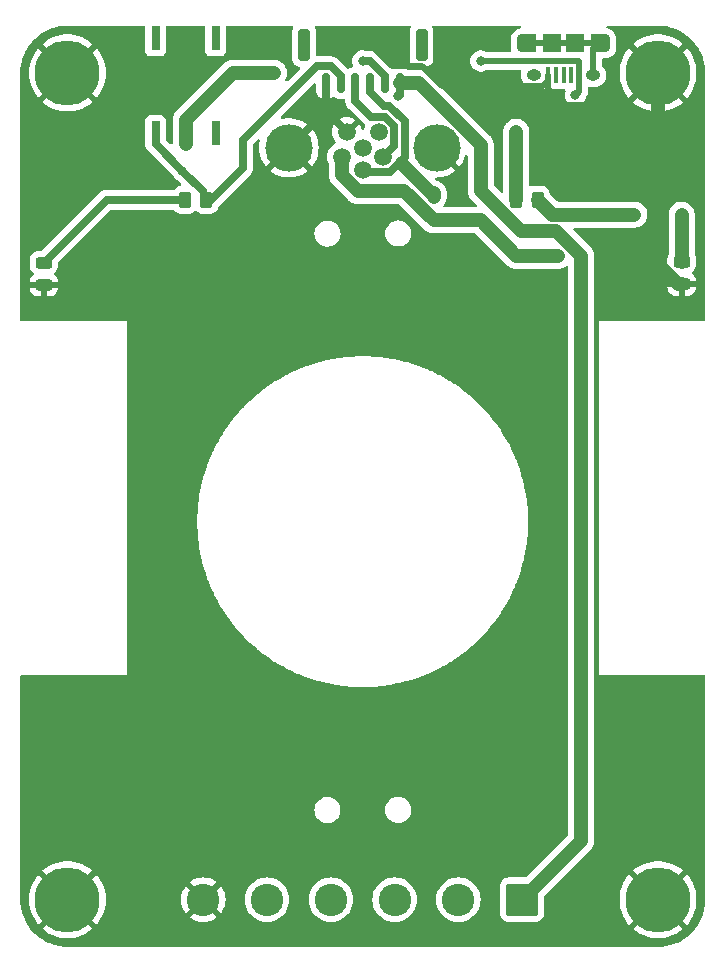
<source format=gbr>
%TF.GenerationSoftware,KiCad,Pcbnew,7.0.7-rc1*%
%TF.CreationDate,2024-03-01T23:28:45-05:00*%
%TF.ProjectId,COMPCBSTATIC,434f4d50-4342-4535-9441-5449432e6b69,rev?*%
%TF.SameCoordinates,Original*%
%TF.FileFunction,Copper,L1,Top*%
%TF.FilePolarity,Positive*%
%FSLAX46Y46*%
G04 Gerber Fmt 4.6, Leading zero omitted, Abs format (unit mm)*
G04 Created by KiCad (PCBNEW 7.0.7-rc1) date 2024-03-01 23:28:45*
%MOMM*%
%LPD*%
G01*
G04 APERTURE LIST*
G04 Aperture macros list*
%AMRoundRect*
0 Rectangle with rounded corners*
0 $1 Rounding radius*
0 $2 $3 $4 $5 $6 $7 $8 $9 X,Y pos of 4 corners*
0 Add a 4 corners polygon primitive as box body*
4,1,4,$2,$3,$4,$5,$6,$7,$8,$9,$2,$3,0*
0 Add four circle primitives for the rounded corners*
1,1,$1+$1,$2,$3*
1,1,$1+$1,$4,$5*
1,1,$1+$1,$6,$7*
1,1,$1+$1,$8,$9*
0 Add four rect primitives between the rounded corners*
20,1,$1+$1,$2,$3,$4,$5,0*
20,1,$1+$1,$4,$5,$6,$7,0*
20,1,$1+$1,$6,$7,$8,$9,0*
20,1,$1+$1,$8,$9,$2,$3,0*%
G04 Aperture macros list end*
%TA.AperFunction,SMDPad,CuDef*%
%ADD10R,0.400000X1.350000*%
%TD*%
%TA.AperFunction,ComponentPad*%
%ADD11O,0.890000X1.550000*%
%TD*%
%TA.AperFunction,SMDPad,CuDef*%
%ADD12R,1.200000X1.550000*%
%TD*%
%TA.AperFunction,ComponentPad*%
%ADD13O,1.250000X0.950000*%
%TD*%
%TA.AperFunction,SMDPad,CuDef*%
%ADD14R,1.500000X1.550000*%
%TD*%
%TA.AperFunction,SMDPad,CuDef*%
%ADD15RoundRect,0.243750X0.456250X-0.243750X0.456250X0.243750X-0.456250X0.243750X-0.456250X-0.243750X0*%
%TD*%
%TA.AperFunction,ComponentPad*%
%ADD16RoundRect,0.250000X1.125000X1.125000X-1.125000X1.125000X-1.125000X-1.125000X1.125000X-1.125000X0*%
%TD*%
%TA.AperFunction,ComponentPad*%
%ADD17C,2.750000*%
%TD*%
%TA.AperFunction,ComponentPad*%
%ADD18C,5.500000*%
%TD*%
%TA.AperFunction,SMDPad,CuDef*%
%ADD19RoundRect,0.150000X0.150000X0.700000X-0.150000X0.700000X-0.150000X-0.700000X0.150000X-0.700000X0*%
%TD*%
%TA.AperFunction,SMDPad,CuDef*%
%ADD20RoundRect,0.250000X0.250000X1.100000X-0.250000X1.100000X-0.250000X-1.100000X0.250000X-1.100000X0*%
%TD*%
%TA.AperFunction,SMDPad,CuDef*%
%ADD21RoundRect,0.250000X0.262500X0.450000X-0.262500X0.450000X-0.262500X-0.450000X0.262500X-0.450000X0*%
%TD*%
%TA.AperFunction,ComponentPad*%
%ADD22C,1.508000*%
%TD*%
%TA.AperFunction,ComponentPad*%
%ADD23C,4.016000*%
%TD*%
%TA.AperFunction,SMDPad,CuDef*%
%ADD24R,0.762000X2.032000*%
%TD*%
%TA.AperFunction,SMDPad,CuDef*%
%ADD25RoundRect,0.250000X-0.262500X-0.450000X0.262500X-0.450000X0.262500X0.450000X-0.262500X0.450000X0*%
%TD*%
%TA.AperFunction,ViaPad*%
%ADD26C,0.800000*%
%TD*%
%TA.AperFunction,Conductor*%
%ADD27C,0.500000*%
%TD*%
%TA.AperFunction,Conductor*%
%ADD28C,1.200000*%
%TD*%
%TA.AperFunction,Conductor*%
%ADD29C,0.700000*%
%TD*%
G04 APERTURE END LIST*
D10*
%TO.P,J2,1,VBUS*%
%TO.N,Net-(J2-VBUS)*%
X70300000Y-62200000D03*
%TO.P,J2,2,D-*%
%TO.N,unconnected-(J2-D--Pad2)*%
X69650000Y-62200000D03*
%TO.P,J2,3,D+*%
%TO.N,unconnected-(J2-D+-Pad3)*%
X69000000Y-62200000D03*
%TO.P,J2,4,ID*%
%TO.N,unconnected-(J2-ID-Pad4)*%
X68350000Y-62200000D03*
%TO.P,J2,5,GND*%
%TO.N,GND*%
X67700000Y-62200000D03*
D11*
%TO.P,J2,6,Shield*%
%TO.N,unconnected-(J2-Shield-Pad6)*%
X72500000Y-59500000D03*
D12*
X71900000Y-59500000D03*
D13*
X71500000Y-62200000D03*
D14*
X70000000Y-59500000D03*
X68000000Y-59500000D03*
D13*
X66500000Y-62200000D03*
D12*
X66100000Y-59500000D03*
D11*
X65500000Y-59500000D03*
%TD*%
D15*
%TO.P,D1,1,K*%
%TO.N,GND*%
X79000000Y-79875000D03*
%TO.P,D1,2,A*%
%TO.N,Net-(D1-A)*%
X79000000Y-78000000D03*
%TD*%
D16*
%TO.P,J4,1,Pin_1*%
%TO.N,Net-(J1-Pin_1)*%
X65500000Y-132000000D03*
D17*
%TO.P,J4,2,Pin_2*%
%TO.N,Net-(J1-Pin_2)*%
X60100000Y-132000000D03*
%TO.P,J4,3,Pin_3*%
%TO.N,Net-(J1-Pin_3)*%
X54700000Y-132000000D03*
%TO.P,J4,4,Pin_4*%
%TO.N,Net-(J1-Pin_4)*%
X49300000Y-132000000D03*
%TO.P,J4,5,Pin_5*%
%TO.N,Net-(J1-Pin_5)*%
X43900000Y-132000000D03*
%TO.P,J4,6,Pin_6*%
%TO.N,GND*%
X38500000Y-132000000D03*
%TD*%
D18*
%TO.P,H2,1,1*%
%TO.N,GND*%
X77000000Y-132000000D03*
%TD*%
%TO.P,H1,1,1*%
%TO.N,GND*%
X27000000Y-132000000D03*
%TD*%
D19*
%TO.P,J1,1,Pin_1*%
%TO.N,Net-(J1-Pin_1)*%
X55125000Y-62850000D03*
%TO.P,J1,2,Pin_2*%
%TO.N,Net-(J1-Pin_2)*%
X53875000Y-62850000D03*
%TO.P,J1,3,Pin_3*%
%TO.N,Net-(J1-Pin_3)*%
X52625000Y-62850000D03*
%TO.P,J1,4,Pin_4*%
%TO.N,Net-(J1-Pin_4)*%
X51375000Y-62850000D03*
%TO.P,J1,5,Pin_5*%
%TO.N,Net-(J1-Pin_5)*%
X50125000Y-62850000D03*
%TO.P,J1,6,Pin_6*%
%TO.N,GND*%
X48875000Y-62850000D03*
D20*
%TO.P,J1,MP*%
%TO.N,N/C*%
X56975000Y-59650000D03*
X47025000Y-59650000D03*
%TD*%
D21*
%TO.P,R2,1*%
%TO.N,Net-(J1-Pin_5)*%
X38762500Y-72750000D03*
%TO.P,R2,2*%
%TO.N,Net-(D2-A)*%
X36937500Y-72750000D03*
%TD*%
D15*
%TO.P,D2,1,K*%
%TO.N,GND*%
X25000000Y-79937500D03*
%TO.P,D2,2,A*%
%TO.N,Net-(D2-A)*%
X25000000Y-78062500D03*
%TD*%
D22*
%TO.P,J3,1,1*%
%TO.N,GND*%
X50650000Y-67000000D03*
%TO.P,J3,2,2*%
%TO.N,Net-(J3-Pad2)*%
X53350000Y-67000000D03*
%TO.P,J3,3,3*%
%TO.N,Net-(J1-Pin_4)*%
X53750000Y-69090000D03*
%TO.P,J3,4,4*%
%TO.N,Net-(J1-Pin_3)*%
X52000000Y-70240000D03*
%TO.P,J3,5,5*%
%TO.N,Net-(J1-Pin_2)*%
X50250000Y-69090000D03*
%TO.P,J3,6,6*%
%TO.N,Net-(J1-Pin_1)*%
X52000000Y-68340000D03*
D23*
%TO.P,J3,S1,SHIELD*%
%TO.N,GND*%
X58250000Y-68340000D03*
%TO.P,J3,S2,SHIELD*%
X45750000Y-68340000D03*
%TD*%
D24*
%TO.P,SW1,1,1*%
%TO.N,Net-(J1-Pin_5)*%
X34460000Y-67078000D03*
%TO.P,SW1,2,2*%
%TO.N,Net-(J2-VBUS)*%
X37000000Y-67078000D03*
%TO.P,SW1,3,3*%
%TO.N,unconnected-(SW1-Pad3)*%
X39540000Y-67078000D03*
%TO.P,SW1,4*%
%TO.N,N/C*%
X39540000Y-59077000D03*
%TO.P,SW1,5*%
X34460000Y-59077000D03*
%TD*%
D25*
%TO.P,R1,1*%
%TO.N,Net-(J3-Pad2)*%
X64987500Y-72750000D03*
%TO.P,R1,2*%
%TO.N,Net-(D1-A)*%
X66812500Y-72750000D03*
%TD*%
D18*
%TO.P,H3,1,1*%
%TO.N,GND*%
X27000000Y-62000000D03*
%TD*%
%TO.P,H4,1,1*%
%TO.N,GND*%
X77000000Y-62000000D03*
%TD*%
D26*
%TO.N,GND*%
X49000000Y-59000000D03*
X30000000Y-79937500D03*
%TO.N,Net-(D1-A)*%
X75000000Y-74000000D03*
X79000000Y-74000000D03*
%TO.N,Net-(J1-Pin_2)*%
X68500000Y-77500000D03*
X52000000Y-61000000D03*
%TO.N,Net-(J1-Pin_1)*%
X55000000Y-64000000D03*
%TO.N,Net-(J1-Pin_3)*%
X58000000Y-72500000D03*
%TO.N,Net-(J3-Pad2)*%
X65000000Y-67000000D03*
%TO.N,Net-(J1-Pin_5)*%
X36730000Y-70270000D03*
%TO.N,Net-(J2-VBUS)*%
X44500000Y-62000000D03*
X70000000Y-63900500D03*
X62000000Y-61000000D03*
%TD*%
D27*
%TO.N,GND*%
X69125000Y-64750000D02*
X74250000Y-64750000D01*
X54450000Y-61450000D02*
X52000000Y-59000000D01*
X34152500Y-79937500D02*
X45750000Y-68340000D01*
X25000000Y-79937500D02*
X30000000Y-79937500D01*
X67700000Y-62200000D02*
X67700000Y-63325000D01*
D28*
X78698915Y-79875000D02*
X77000000Y-78176085D01*
D27*
X67250000Y-63125000D02*
X58675000Y-63125000D01*
X67700000Y-63325000D02*
X69125000Y-64750000D01*
X74250000Y-64750000D02*
X77000000Y-62000000D01*
D29*
X48875000Y-64500000D02*
X48875000Y-62850000D01*
X48875000Y-64500000D02*
X48875000Y-65215000D01*
X48875000Y-65215000D02*
X45750000Y-68340000D01*
D27*
X52000000Y-59000000D02*
X49000000Y-59000000D01*
D29*
X50650000Y-67000000D02*
X48875000Y-65225000D01*
D27*
X67700000Y-62675000D02*
X67250000Y-63125000D01*
X58675000Y-63125000D02*
X57000000Y-61450000D01*
D29*
X48875000Y-65225000D02*
X48875000Y-64500000D01*
D27*
X30000000Y-79937500D02*
X34152500Y-79937500D01*
D28*
X79000000Y-79875000D02*
X78698915Y-79875000D01*
D27*
X57000000Y-61450000D02*
X54450000Y-61450000D01*
D28*
X77000000Y-78176085D02*
X77000000Y-62000000D01*
D27*
X67700000Y-62200000D02*
X67700000Y-62675000D01*
D28*
%TO.N,Net-(D1-A)*%
X68062500Y-74000000D02*
X66812500Y-72750000D01*
X79000000Y-78000000D02*
X79000000Y-74000000D01*
X75000000Y-74000000D02*
X68062500Y-74000000D01*
D29*
%TO.N,Net-(D2-A)*%
X36937500Y-72750000D02*
X30312500Y-72750000D01*
X30312500Y-72750000D02*
X25000000Y-78062500D01*
D28*
%TO.N,Net-(J1-Pin_2)*%
X58020101Y-74500000D02*
X55520101Y-72000000D01*
D29*
X52614949Y-61000000D02*
X52000000Y-61000000D01*
D28*
X55520101Y-72000000D02*
X51562312Y-72000000D01*
D29*
X53875000Y-62260051D02*
X52614949Y-61000000D01*
X53875000Y-62850000D02*
X53875000Y-62260051D01*
D28*
X65000000Y-77500000D02*
X62000000Y-74500000D01*
X50250000Y-70687688D02*
X50250000Y-69090000D01*
X51562312Y-72000000D02*
X50250000Y-70687688D01*
X62000000Y-74500000D02*
X58020101Y-74500000D01*
X68500000Y-77500000D02*
X65000000Y-77500000D01*
D27*
%TO.N,unconnected-(J2-Shield-Pad6)*%
X66100000Y-59500000D02*
X68000000Y-59500000D01*
X71500000Y-62200000D02*
X71500000Y-59900000D01*
X71900000Y-59500000D02*
X70000000Y-59500000D01*
X71500000Y-59900000D02*
X71900000Y-59500000D01*
X68000000Y-59500000D02*
X70000000Y-59500000D01*
D28*
%TO.N,Net-(J1-Pin_1)*%
X62000000Y-72000000D02*
X62000000Y-68118888D01*
X70500000Y-77520101D02*
X68379899Y-75400000D01*
X70500000Y-127000000D02*
X70500000Y-77520101D01*
X65500000Y-132000000D02*
X70500000Y-127000000D01*
D29*
X55125000Y-62850000D02*
X55125000Y-63875000D01*
X55125000Y-63875000D02*
X55000000Y-64000000D01*
D28*
X65400000Y-75400000D02*
X62000000Y-72000000D01*
X68379899Y-75400000D02*
X65400000Y-75400000D01*
X56731112Y-62850000D02*
X55125000Y-62850000D01*
X62000000Y-68118888D02*
X56731112Y-62850000D01*
%TO.N,Net-(J1-Pin_3)*%
X57766312Y-72196000D02*
X55304000Y-69733688D01*
X58000000Y-72500000D02*
X58000000Y-72196000D01*
D29*
X52154000Y-70394000D02*
X52000000Y-70240000D01*
X52625000Y-63625000D02*
X53796000Y-64796000D01*
X55554000Y-69130135D02*
X54290135Y-70394000D01*
X54290135Y-70394000D02*
X52154000Y-70394000D01*
X54262927Y-64796000D02*
X55554000Y-66087073D01*
X52625000Y-62850000D02*
X52625000Y-63625000D01*
D28*
X58000000Y-72196000D02*
X57766312Y-72196000D01*
D29*
X55554000Y-66087073D02*
X55554000Y-69130135D01*
D28*
X55304000Y-69733688D02*
X55304000Y-69592067D01*
D29*
X53796000Y-64796000D02*
X54262927Y-64796000D01*
%TO.N,Net-(J1-Pin_4)*%
X54654000Y-68186000D02*
X53750000Y-69090000D01*
X54654000Y-66459865D02*
X54654000Y-68186000D01*
X53890135Y-65696000D02*
X54654000Y-66459865D01*
X52696000Y-65696000D02*
X53890135Y-65696000D01*
X51375000Y-64375000D02*
X52696000Y-65696000D01*
X51375000Y-62850000D02*
X51375000Y-64375000D01*
D28*
%TO.N,Net-(J3-Pad2)*%
X64987500Y-72750000D02*
X64987500Y-67012500D01*
X64987500Y-67012500D02*
X65000000Y-67000000D01*
D29*
%TO.N,Net-(J1-Pin_5)*%
X34460000Y-68000000D02*
X36730000Y-70270000D01*
X50125000Y-62850000D02*
X50125000Y-62260051D01*
X49314950Y-61450000D02*
X48100000Y-61450000D01*
X50125000Y-62260051D02*
X49314950Y-61450000D01*
X41850000Y-70025000D02*
X39125000Y-72750000D01*
X39125000Y-72750000D02*
X38762500Y-72750000D01*
X36730000Y-70270000D02*
X38460000Y-72000000D01*
X41850000Y-67700000D02*
X41850000Y-70025000D01*
X48100000Y-61450000D02*
X41850000Y-67700000D01*
D27*
%TO.N,Net-(J2-VBUS)*%
X70300000Y-62200000D02*
X70300000Y-63600500D01*
X70300000Y-62200000D02*
X70300000Y-61025000D01*
D28*
X44500000Y-62000000D02*
X41000000Y-62000000D01*
X41000000Y-62000000D02*
X37000000Y-66000000D01*
D27*
X70275000Y-61000000D02*
X62000000Y-61000000D01*
D28*
X37000000Y-66000000D02*
X37000000Y-68000000D01*
D27*
X70300000Y-61025000D02*
X70275000Y-61000000D01*
X70300000Y-63600500D02*
X70000000Y-63900500D01*
%TD*%
%TA.AperFunction,Conductor*%
%TO.N,GND*%
G36*
X33521539Y-58020185D02*
G01*
X33567294Y-58072989D01*
X33578500Y-58124500D01*
X33578501Y-60140865D01*
X33578501Y-60140876D01*
X33584908Y-60200483D01*
X33635202Y-60335328D01*
X33635206Y-60335335D01*
X33721452Y-60450544D01*
X33721455Y-60450547D01*
X33836664Y-60536793D01*
X33836671Y-60536797D01*
X33971517Y-60587091D01*
X33971516Y-60587091D01*
X33978444Y-60587835D01*
X34031127Y-60593500D01*
X34888872Y-60593499D01*
X34948483Y-60587091D01*
X35083331Y-60536796D01*
X35198546Y-60450546D01*
X35284796Y-60335331D01*
X35335091Y-60200483D01*
X35341500Y-60140873D01*
X35341499Y-58124499D01*
X35361184Y-58057461D01*
X35413987Y-58011706D01*
X35465499Y-58000500D01*
X38534500Y-58000500D01*
X38601539Y-58020185D01*
X38647294Y-58072989D01*
X38658500Y-58124500D01*
X38658501Y-60140865D01*
X38658501Y-60140876D01*
X38664908Y-60200483D01*
X38715202Y-60335328D01*
X38715206Y-60335335D01*
X38801452Y-60450544D01*
X38801455Y-60450547D01*
X38916664Y-60536793D01*
X38916671Y-60536797D01*
X39051517Y-60587091D01*
X39051516Y-60587091D01*
X39058444Y-60587835D01*
X39111127Y-60593500D01*
X39968872Y-60593499D01*
X40028483Y-60587091D01*
X40163331Y-60536796D01*
X40278546Y-60450546D01*
X40364796Y-60335331D01*
X40415091Y-60200483D01*
X40421500Y-60140873D01*
X40421499Y-58124499D01*
X40441184Y-58057461D01*
X40493987Y-58011706D01*
X40545499Y-58000500D01*
X46009979Y-58000500D01*
X46077018Y-58020185D01*
X46122773Y-58072989D01*
X46132717Y-58142147D01*
X46115518Y-58189594D01*
X46109834Y-58198811D01*
X46090187Y-58230663D01*
X46090185Y-58230668D01*
X46073439Y-58281204D01*
X46035001Y-58397203D01*
X46035001Y-58397204D01*
X46035000Y-58397204D01*
X46024500Y-58499983D01*
X46024500Y-60800001D01*
X46024501Y-60800018D01*
X46035000Y-60902796D01*
X46035001Y-60902799D01*
X46077060Y-61029722D01*
X46090186Y-61069334D01*
X46182288Y-61218656D01*
X46306344Y-61342712D01*
X46455666Y-61434814D01*
X46607893Y-61485257D01*
X46665335Y-61525027D01*
X46692158Y-61589543D01*
X46679843Y-61658319D01*
X46656567Y-61690642D01*
X45649293Y-62697916D01*
X45587970Y-62731401D01*
X45518278Y-62726417D01*
X45462345Y-62684545D01*
X45437928Y-62619081D01*
X45452780Y-62550808D01*
X45454225Y-62548234D01*
X45458665Y-62540544D01*
X45505604Y-62459244D01*
X45574344Y-62260633D01*
X45604254Y-62052602D01*
X45594254Y-61842670D01*
X45544704Y-61638424D01*
X45541733Y-61631919D01*
X45457401Y-61447256D01*
X45457398Y-61447251D01*
X45457397Y-61447250D01*
X45457396Y-61447247D01*
X45335486Y-61276048D01*
X45335484Y-61276046D01*
X45335479Y-61276040D01*
X45183379Y-61131014D01*
X45006574Y-61017388D01*
X44972695Y-61003825D01*
X44872196Y-60963591D01*
X44811455Y-60939274D01*
X44605086Y-60899500D01*
X44605085Y-60899500D01*
X41102238Y-60899500D01*
X41081673Y-60897783D01*
X41078869Y-60897311D01*
X41078866Y-60897311D01*
X41009903Y-60898952D01*
X40986915Y-60899500D01*
X40947575Y-60899500D01*
X40943909Y-60899849D01*
X40936712Y-60900536D01*
X40932300Y-60900799D01*
X40868750Y-60902313D01*
X40833736Y-60909929D01*
X40826447Y-60911066D01*
X40790786Y-60914471D01*
X40790782Y-60914471D01*
X40790782Y-60914472D01*
X40782106Y-60917019D01*
X40729792Y-60932379D01*
X40725504Y-60933474D01*
X40663394Y-60946985D01*
X40663381Y-60946989D01*
X40630441Y-60961095D01*
X40623506Y-60963587D01*
X40609742Y-60967629D01*
X40589129Y-60973682D01*
X40589119Y-60973686D01*
X40532617Y-61002814D01*
X40528614Y-61004700D01*
X40470193Y-61029717D01*
X40470184Y-61029722D01*
X40440515Y-61049802D01*
X40434173Y-61053564D01*
X40402321Y-61069986D01*
X40402313Y-61069991D01*
X40352351Y-61109282D01*
X40348777Y-61111892D01*
X40296141Y-61147518D01*
X40296129Y-61147527D01*
X40270792Y-61172863D01*
X40265278Y-61177758D01*
X40237113Y-61199908D01*
X40195482Y-61247951D01*
X40192467Y-61251190D01*
X36294120Y-65149536D01*
X36278381Y-65162852D01*
X36276047Y-65164514D01*
X36212572Y-65231085D01*
X36184753Y-65258905D01*
X36184751Y-65258907D01*
X36177806Y-65267318D01*
X36174872Y-65270623D01*
X36131019Y-65316616D01*
X36131012Y-65316625D01*
X36111644Y-65346760D01*
X36107294Y-65352716D01*
X36084478Y-65380352D01*
X36084475Y-65380355D01*
X36054006Y-65436153D01*
X36051749Y-65439959D01*
X36017388Y-65493425D01*
X36004072Y-65526686D01*
X36000928Y-65533360D01*
X35983754Y-65564813D01*
X35983749Y-65564823D01*
X35964391Y-65625378D01*
X35962895Y-65629541D01*
X35939275Y-65688541D01*
X35939274Y-65688542D01*
X35932491Y-65723730D01*
X35930667Y-65730875D01*
X35919758Y-65765007D01*
X35919757Y-65765010D01*
X35912209Y-65828131D01*
X35911527Y-65832503D01*
X35899500Y-65894916D01*
X35899500Y-65930751D01*
X35899061Y-65938117D01*
X35894808Y-65973686D01*
X35894808Y-65973693D01*
X35899341Y-66037087D01*
X35899499Y-66041510D01*
X35899499Y-67937348D01*
X35879814Y-68004387D01*
X35827010Y-68050142D01*
X35757852Y-68060086D01*
X35694296Y-68031061D01*
X35687818Y-68025029D01*
X35377818Y-67715029D01*
X35344333Y-67653706D01*
X35341499Y-67627348D01*
X35341499Y-66014129D01*
X35341498Y-66014123D01*
X35341497Y-66014116D01*
X35335091Y-65954517D01*
X35333419Y-65950035D01*
X35284797Y-65819671D01*
X35284793Y-65819664D01*
X35198547Y-65704455D01*
X35198544Y-65704452D01*
X35083335Y-65618206D01*
X35083328Y-65618202D01*
X34948482Y-65567908D01*
X34948483Y-65567908D01*
X34888883Y-65561501D01*
X34888881Y-65561500D01*
X34888873Y-65561500D01*
X34888864Y-65561500D01*
X34031129Y-65561500D01*
X34031123Y-65561501D01*
X33971516Y-65567908D01*
X33836671Y-65618202D01*
X33836664Y-65618206D01*
X33721455Y-65704452D01*
X33721452Y-65704455D01*
X33635206Y-65819664D01*
X33635202Y-65819671D01*
X33584908Y-65954517D01*
X33578501Y-66014116D01*
X33578501Y-66014123D01*
X33578500Y-66014135D01*
X33578500Y-68141870D01*
X33578501Y-68141876D01*
X33584908Y-68201483D01*
X33635202Y-68336328D01*
X33635203Y-68336329D01*
X33635204Y-68336331D01*
X33721454Y-68451546D01*
X33737494Y-68463553D01*
X33767661Y-68496034D01*
X33793200Y-68535989D01*
X33793204Y-68535993D01*
X33793205Y-68535994D01*
X35901282Y-70644070D01*
X35920988Y-70669751D01*
X35997465Y-70802214D01*
X36124129Y-70942888D01*
X36277268Y-71054150D01*
X36277269Y-71054151D01*
X36317728Y-71072164D01*
X36354974Y-71097763D01*
X36605349Y-71348138D01*
X36638834Y-71409461D01*
X36633850Y-71479153D01*
X36591978Y-71535086D01*
X36530270Y-71559176D01*
X36527542Y-71559455D01*
X36522202Y-71560001D01*
X36522200Y-71560001D01*
X36355668Y-71615185D01*
X36355663Y-71615187D01*
X36206342Y-71707289D01*
X36082287Y-71831344D01*
X36076580Y-71840598D01*
X36024632Y-71887322D01*
X35971042Y-71899500D01*
X30349587Y-71899500D01*
X30344552Y-71899295D01*
X30289335Y-71894798D01*
X30289328Y-71894799D01*
X30209107Y-71905729D01*
X30128592Y-71914485D01*
X30127631Y-71914697D01*
X30106971Y-71919538D01*
X30106041Y-71919770D01*
X30106033Y-71919772D01*
X30106032Y-71919773D01*
X30029999Y-71947705D01*
X29953275Y-71973557D01*
X29952296Y-71974010D01*
X29933197Y-71983162D01*
X29932384Y-71983565D01*
X29864132Y-72027192D01*
X29845061Y-72038667D01*
X29796809Y-72067700D01*
X29794756Y-72068935D01*
X29794020Y-72069494D01*
X29777328Y-72082542D01*
X29776514Y-72083197D01*
X29719250Y-72140459D01*
X29660456Y-72196153D01*
X29659822Y-72196899D01*
X29645593Y-72214116D01*
X24821530Y-77038181D01*
X24760207Y-77071666D01*
X24733849Y-77074500D01*
X24494144Y-77074500D01*
X24392223Y-77084913D01*
X24227077Y-77139637D01*
X24227066Y-77139642D01*
X24079000Y-77230971D01*
X24078996Y-77230974D01*
X23955974Y-77353996D01*
X23955971Y-77354000D01*
X23864642Y-77502066D01*
X23864637Y-77502077D01*
X23809913Y-77667223D01*
X23799500Y-77769144D01*
X23799500Y-78355855D01*
X23809913Y-78457776D01*
X23864637Y-78622922D01*
X23864642Y-78622933D01*
X23955971Y-78770999D01*
X23955974Y-78771003D01*
X24078999Y-78894028D01*
X24080183Y-78894758D01*
X24080823Y-78895470D01*
X24084664Y-78898507D01*
X24084145Y-78899163D01*
X24126906Y-78946708D01*
X24138125Y-79015671D01*
X24110279Y-79079752D01*
X24084877Y-79101762D01*
X24084977Y-79101888D01*
X24082177Y-79104101D01*
X24080184Y-79105829D01*
X24079315Y-79106364D01*
X24079309Y-79106369D01*
X23956370Y-79229308D01*
X23865096Y-79377285D01*
X23865094Y-79377290D01*
X23810407Y-79542326D01*
X23800000Y-79644184D01*
X23800000Y-79687500D01*
X26200000Y-79687500D01*
X26200000Y-79644197D01*
X26199999Y-79644184D01*
X26189592Y-79542326D01*
X26134905Y-79377290D01*
X26134903Y-79377285D01*
X26043629Y-79229308D01*
X25920690Y-79106369D01*
X25920685Y-79106365D01*
X25919822Y-79105833D01*
X25919353Y-79105312D01*
X25915023Y-79101888D01*
X25915608Y-79101148D01*
X25873096Y-79053886D01*
X25861873Y-78984924D01*
X25889716Y-78920841D01*
X25915398Y-78898586D01*
X25915336Y-78898507D01*
X25917106Y-78897107D01*
X25919820Y-78894755D01*
X25921003Y-78894026D01*
X26044026Y-78771003D01*
X26135362Y-78622925D01*
X26190087Y-78457775D01*
X26200500Y-78355848D01*
X26200499Y-78116149D01*
X26220185Y-78049110D01*
X26236814Y-78028473D01*
X28655287Y-75610000D01*
X47914785Y-75610000D01*
X47933602Y-75813082D01*
X47989417Y-76009247D01*
X47989422Y-76009260D01*
X48080327Y-76191821D01*
X48203237Y-76354581D01*
X48353958Y-76491980D01*
X48353960Y-76491982D01*
X48480148Y-76570113D01*
X48527363Y-76599348D01*
X48558863Y-76611551D01*
X48561927Y-76612844D01*
X48562002Y-76612870D01*
X48562004Y-76612871D01*
X48563021Y-76613223D01*
X48564499Y-76613735D01*
X48637113Y-76641865D01*
X48717544Y-76673024D01*
X48750395Y-76679165D01*
X48753608Y-76679854D01*
X48760070Y-76681422D01*
X48760075Y-76681424D01*
X48760079Y-76681424D01*
X48760081Y-76681425D01*
X48770493Y-76682922D01*
X48816035Y-76691435D01*
X48918024Y-76710500D01*
X48918026Y-76710500D01*
X48953437Y-76710500D01*
X48961643Y-76711086D01*
X48961649Y-76710972D01*
X48967537Y-76711252D01*
X48967541Y-76711253D01*
X48967544Y-76711252D01*
X48967548Y-76711253D01*
X48975954Y-76710853D01*
X48975964Y-76710855D01*
X48981938Y-76710570D01*
X48984891Y-76710500D01*
X49121975Y-76710500D01*
X49121976Y-76710500D01*
X49165198Y-76702420D01*
X49173646Y-76701435D01*
X49176902Y-76701280D01*
X49176904Y-76701279D01*
X49178781Y-76701190D01*
X49178827Y-76701185D01*
X49211914Y-76699608D01*
X49242294Y-76688008D01*
X49322456Y-76673024D01*
X49367381Y-76655619D01*
X49375145Y-76653186D01*
X49380593Y-76651865D01*
X49380596Y-76651863D01*
X49383340Y-76651198D01*
X49383370Y-76651190D01*
X49412586Y-76644101D01*
X49438999Y-76627875D01*
X49501313Y-76603735D01*
X49512635Y-76599349D01*
X49512640Y-76599346D01*
X49557244Y-76571728D01*
X49564092Y-76568064D01*
X49571251Y-76564795D01*
X49571254Y-76564792D01*
X49575575Y-76562820D01*
X49577528Y-76561928D01*
X49578782Y-76561747D01*
X49582029Y-76559872D01*
X49599245Y-76552010D01*
X49621028Y-76532234D01*
X49686041Y-76491981D01*
X49728053Y-76453681D01*
X49733809Y-76449036D01*
X49741985Y-76443215D01*
X49741989Y-76443210D01*
X49742077Y-76443148D01*
X49744906Y-76442168D01*
X49751622Y-76436350D01*
X49765296Y-76426612D01*
X49782053Y-76404453D01*
X49836764Y-76354579D01*
X49873691Y-76305678D01*
X49878278Y-76300278D01*
X49881207Y-76297203D01*
X49882284Y-76296074D01*
X49886302Y-76293752D01*
X49894799Y-76282949D01*
X49904839Y-76272419D01*
X49916455Y-76249050D01*
X49959673Y-76191821D01*
X49986822Y-76137297D01*
X49994339Y-76129189D01*
X49995541Y-76126187D01*
X50006342Y-76105235D01*
X50012993Y-76094884D01*
X50019607Y-76071455D01*
X50050582Y-76009250D01*
X50067598Y-75949443D01*
X50074343Y-75938750D01*
X50075596Y-75932253D01*
X50082240Y-75909626D01*
X50085947Y-75900365D01*
X50087948Y-75877921D01*
X50106397Y-75813083D01*
X50113368Y-75737845D01*
X50114217Y-75731880D01*
X50117510Y-75714799D01*
X50117510Y-75714794D01*
X50121179Y-75695758D01*
X50119173Y-75675195D01*
X50125215Y-75610000D01*
X50124288Y-75600000D01*
X53894785Y-75600000D01*
X53913602Y-75803082D01*
X53969417Y-75999247D01*
X53969422Y-75999260D01*
X54060327Y-76181821D01*
X54183237Y-76344581D01*
X54333958Y-76481980D01*
X54333960Y-76481982D01*
X54447060Y-76552010D01*
X54507363Y-76589348D01*
X54538863Y-76601551D01*
X54541927Y-76602844D01*
X54542002Y-76602870D01*
X54542004Y-76602871D01*
X54543021Y-76603223D01*
X54544499Y-76603735D01*
X54606808Y-76627873D01*
X54697544Y-76663024D01*
X54730395Y-76669165D01*
X54733608Y-76669854D01*
X54740070Y-76671422D01*
X54740075Y-76671424D01*
X54740079Y-76671424D01*
X54740081Y-76671425D01*
X54750493Y-76672922D01*
X54777696Y-76678007D01*
X54898024Y-76700500D01*
X54898026Y-76700500D01*
X54933437Y-76700500D01*
X54941643Y-76701086D01*
X54941649Y-76700972D01*
X54947537Y-76701252D01*
X54947541Y-76701253D01*
X54947544Y-76701252D01*
X54947548Y-76701253D01*
X54955954Y-76700853D01*
X54955964Y-76700855D01*
X54961938Y-76700570D01*
X54964891Y-76700500D01*
X55101975Y-76700500D01*
X55101976Y-76700500D01*
X55145198Y-76692420D01*
X55153646Y-76691435D01*
X55156902Y-76691280D01*
X55156904Y-76691279D01*
X55158781Y-76691190D01*
X55158827Y-76691185D01*
X55191914Y-76689608D01*
X55222294Y-76678008D01*
X55302456Y-76663024D01*
X55347381Y-76645619D01*
X55355145Y-76643186D01*
X55360593Y-76641865D01*
X55360596Y-76641863D01*
X55363340Y-76641198D01*
X55363370Y-76641190D01*
X55392586Y-76634101D01*
X55418999Y-76617875D01*
X55480030Y-76594232D01*
X55492635Y-76589349D01*
X55492640Y-76589346D01*
X55533893Y-76563802D01*
X55541801Y-76561552D01*
X55542965Y-76560880D01*
X55542408Y-76559988D01*
X55545827Y-76557852D01*
X55547829Y-76556774D01*
X55547672Y-76556430D01*
X55553786Y-76553638D01*
X55557528Y-76551928D01*
X55558782Y-76551747D01*
X55562029Y-76549872D01*
X55579245Y-76542010D01*
X55601028Y-76522234D01*
X55666041Y-76481981D01*
X55708053Y-76443681D01*
X55713809Y-76439036D01*
X55721985Y-76433215D01*
X55721989Y-76433210D01*
X55722077Y-76433148D01*
X55724906Y-76432168D01*
X55731622Y-76426350D01*
X55745296Y-76416612D01*
X55762053Y-76394453D01*
X55816764Y-76344579D01*
X55853691Y-76295678D01*
X55858278Y-76290278D01*
X55861207Y-76287203D01*
X55862284Y-76286074D01*
X55866302Y-76283752D01*
X55874799Y-76272949D01*
X55884839Y-76262419D01*
X55896455Y-76239050D01*
X55939673Y-76181821D01*
X55966822Y-76127297D01*
X55974339Y-76119189D01*
X55975541Y-76116187D01*
X55986342Y-76095235D01*
X55992993Y-76084884D01*
X55999607Y-76061455D01*
X56030582Y-75999250D01*
X56047598Y-75939443D01*
X56054343Y-75928750D01*
X56055596Y-75922253D01*
X56062240Y-75899626D01*
X56065947Y-75890365D01*
X56067948Y-75867921D01*
X56086397Y-75803083D01*
X56093368Y-75727845D01*
X56094217Y-75721880D01*
X56097510Y-75704799D01*
X56097510Y-75704794D01*
X56101179Y-75685758D01*
X56099173Y-75665195D01*
X56105215Y-75600000D01*
X56099173Y-75534804D01*
X56102180Y-75519433D01*
X56096147Y-75488132D01*
X56094219Y-75478127D01*
X56093368Y-75472148D01*
X56086397Y-75396917D01*
X56067948Y-75332076D01*
X56068091Y-75314986D01*
X56062239Y-75300369D01*
X56055597Y-75277746D01*
X56055152Y-75275440D01*
X56047599Y-75260558D01*
X56030582Y-75200750D01*
X56030581Y-75200747D01*
X56030580Y-75200744D01*
X55999608Y-75138546D01*
X55996365Y-75120359D01*
X55986342Y-75104762D01*
X55975891Y-75084490D01*
X55966824Y-75072705D01*
X55939673Y-75018179D01*
X55939670Y-75018175D01*
X55939669Y-75018173D01*
X55896456Y-74960949D01*
X55889456Y-74942420D01*
X55874797Y-74927047D01*
X55868144Y-74918588D01*
X55862316Y-74913957D01*
X55858299Y-74909744D01*
X55853692Y-74904322D01*
X55843043Y-74890220D01*
X55816766Y-74855422D01*
X55816764Y-74855420D01*
X55762055Y-74805547D01*
X55751101Y-74787519D01*
X55731623Y-74773649D01*
X55726369Y-74769096D01*
X55722065Y-74766842D01*
X55713832Y-74760978D01*
X55708024Y-74756291D01*
X55693766Y-74743293D01*
X55666041Y-74718019D01*
X55666034Y-74718015D01*
X55666032Y-74718013D01*
X55601029Y-74677765D01*
X55586113Y-74661124D01*
X55562029Y-74650126D01*
X55559533Y-74648685D01*
X55557586Y-74648097D01*
X55544104Y-74641940D01*
X55537214Y-74638253D01*
X55508789Y-74620653D01*
X55492637Y-74610652D01*
X55444805Y-74592122D01*
X55418993Y-74582122D01*
X55400320Y-74567772D01*
X55360264Y-74558055D01*
X55358216Y-74557558D01*
X55355155Y-74556815D01*
X55347370Y-74554375D01*
X55316645Y-74542473D01*
X55302456Y-74536976D01*
X55302447Y-74536974D01*
X55302446Y-74536974D01*
X55222284Y-74521988D01*
X55200247Y-74510783D01*
X55153641Y-74508563D01*
X55145191Y-74507577D01*
X55101980Y-74499500D01*
X55101976Y-74499500D01*
X54964834Y-74499500D01*
X54961884Y-74499430D01*
X54947540Y-74498746D01*
X54941649Y-74499028D01*
X54941643Y-74498913D01*
X54933437Y-74499500D01*
X54898024Y-74499500D01*
X54837999Y-74510720D01*
X54750491Y-74527078D01*
X54740072Y-74528576D01*
X54733593Y-74530148D01*
X54730373Y-74530839D01*
X54697548Y-74536975D01*
X54697538Y-74536977D01*
X54544496Y-74596266D01*
X54541915Y-74597159D01*
X54538811Y-74598468D01*
X54507363Y-74610651D01*
X54507361Y-74610652D01*
X54333957Y-74718020D01*
X54183237Y-74855418D01*
X54060327Y-75018178D01*
X53969422Y-75200739D01*
X53969417Y-75200752D01*
X53913602Y-75396917D01*
X53894785Y-75599999D01*
X53894785Y-75600000D01*
X50124288Y-75600000D01*
X50119173Y-75544804D01*
X50122180Y-75529433D01*
X50115722Y-75495927D01*
X50114219Y-75488127D01*
X50113368Y-75482148D01*
X50106397Y-75406917D01*
X50087948Y-75342076D01*
X50088091Y-75324986D01*
X50082239Y-75310369D01*
X50075597Y-75287746D01*
X50075152Y-75285440D01*
X50067599Y-75270558D01*
X50050582Y-75210750D01*
X50050581Y-75210747D01*
X50050580Y-75210744D01*
X50019608Y-75148546D01*
X50016365Y-75130359D01*
X50006342Y-75114762D01*
X49995891Y-75094490D01*
X49986824Y-75082705D01*
X49959673Y-75028179D01*
X49959670Y-75028175D01*
X49959669Y-75028173D01*
X49916456Y-74970949D01*
X49909456Y-74952420D01*
X49894797Y-74937047D01*
X49888144Y-74928588D01*
X49882316Y-74923957D01*
X49878299Y-74919744D01*
X49873692Y-74914322D01*
X49863043Y-74900220D01*
X49836766Y-74865422D01*
X49836764Y-74865420D01*
X49782055Y-74815547D01*
X49771101Y-74797519D01*
X49751623Y-74783649D01*
X49746369Y-74779096D01*
X49742065Y-74776842D01*
X49733832Y-74770978D01*
X49728024Y-74766291D01*
X49713766Y-74753293D01*
X49686041Y-74728019D01*
X49686034Y-74728015D01*
X49686032Y-74728013D01*
X49621029Y-74687765D01*
X49606113Y-74671124D01*
X49582029Y-74660126D01*
X49579533Y-74658685D01*
X49577586Y-74658097D01*
X49564104Y-74651940D01*
X49557214Y-74648253D01*
X49547018Y-74641940D01*
X49512637Y-74620652D01*
X49455373Y-74598468D01*
X49438993Y-74592122D01*
X49420320Y-74577772D01*
X49380264Y-74568055D01*
X49378216Y-74567558D01*
X49375155Y-74566815D01*
X49367370Y-74564375D01*
X49336645Y-74552473D01*
X49322456Y-74546976D01*
X49322447Y-74546974D01*
X49322446Y-74546974D01*
X49242284Y-74531988D01*
X49220247Y-74520783D01*
X49173641Y-74518563D01*
X49165191Y-74517577D01*
X49121980Y-74509500D01*
X49121976Y-74509500D01*
X48984834Y-74509500D01*
X48981884Y-74509430D01*
X48967540Y-74508746D01*
X48961649Y-74509028D01*
X48961643Y-74508913D01*
X48953437Y-74509500D01*
X48918024Y-74509500D01*
X48874816Y-74517577D01*
X48770491Y-74537078D01*
X48760072Y-74538576D01*
X48753593Y-74540148D01*
X48750373Y-74540839D01*
X48717548Y-74546975D01*
X48717538Y-74546977D01*
X48564496Y-74606266D01*
X48561915Y-74607159D01*
X48558811Y-74608468D01*
X48527363Y-74620651D01*
X48527361Y-74620652D01*
X48353957Y-74728020D01*
X48203237Y-74865418D01*
X48080327Y-75028178D01*
X47989422Y-75210739D01*
X47989417Y-75210752D01*
X47933602Y-75406917D01*
X47914785Y-75609999D01*
X47914785Y-75610000D01*
X28655287Y-75610000D01*
X30628469Y-73636818D01*
X30689792Y-73603334D01*
X30716150Y-73600500D01*
X35971042Y-73600500D01*
X36038081Y-73620185D01*
X36076580Y-73659402D01*
X36082288Y-73668656D01*
X36206344Y-73792712D01*
X36355666Y-73884814D01*
X36522203Y-73939999D01*
X36624991Y-73950500D01*
X37250008Y-73950499D01*
X37250016Y-73950498D01*
X37250019Y-73950498D01*
X37342175Y-73941084D01*
X37352797Y-73939999D01*
X37519334Y-73884814D01*
X37668656Y-73792712D01*
X37762319Y-73699049D01*
X37823642Y-73665564D01*
X37893334Y-73670548D01*
X37937680Y-73699048D01*
X38031344Y-73792712D01*
X38180666Y-73884814D01*
X38347203Y-73939999D01*
X38449991Y-73950500D01*
X39075008Y-73950499D01*
X39075016Y-73950498D01*
X39075019Y-73950498D01*
X39167175Y-73941084D01*
X39177797Y-73939999D01*
X39344334Y-73884814D01*
X39493656Y-73792712D01*
X39617712Y-73668656D01*
X39709814Y-73519334D01*
X39764999Y-73352797D01*
X39765067Y-73352123D01*
X39765227Y-73351731D01*
X39766416Y-73346180D01*
X39767406Y-73346391D01*
X39791462Y-73287431D01*
X39800736Y-73277050D01*
X42425185Y-70652601D01*
X42428852Y-70649221D01*
X42471100Y-70613337D01*
X42520098Y-70548880D01*
X42570842Y-70485754D01*
X42570842Y-70485752D01*
X42570844Y-70485751D01*
X42571424Y-70484843D01*
X42582449Y-70467069D01*
X42583051Y-70466069D01*
X42583052Y-70466066D01*
X42583054Y-70466064D01*
X42617060Y-70392560D01*
X42653036Y-70320021D01*
X42653037Y-70320014D01*
X42653434Y-70318935D01*
X42660389Y-70299183D01*
X42660727Y-70298177D01*
X42660732Y-70298167D01*
X42678141Y-70219073D01*
X42697684Y-70140495D01*
X42697683Y-70140495D01*
X42697685Y-70140491D01*
X42697830Y-70139426D01*
X42700371Y-70118677D01*
X42700500Y-70117497D01*
X42700500Y-70036531D01*
X42702693Y-69955564D01*
X42702608Y-69954520D01*
X42700500Y-69932352D01*
X42700500Y-68103649D01*
X42720185Y-68036610D01*
X42736814Y-68015973D01*
X43096574Y-67656213D01*
X43157893Y-67622731D01*
X43227584Y-67627715D01*
X43283518Y-67669586D01*
X43307935Y-67735051D01*
X43306055Y-67767132D01*
X43256855Y-68025046D01*
X43256854Y-68025053D01*
X43237041Y-68339994D01*
X43237041Y-68340005D01*
X43256854Y-68654946D01*
X43256855Y-68654950D01*
X43315992Y-68964952D01*
X43413509Y-69265079D01*
X43547880Y-69550632D01*
X43716969Y-69817075D01*
X43808603Y-69927841D01*
X44427100Y-69309344D01*
X44488423Y-69275859D01*
X44558114Y-69280843D01*
X44612633Y-69320861D01*
X44642632Y-69359404D01*
X44777441Y-69483505D01*
X44813430Y-69543390D01*
X44811330Y-69613228D01*
X44781138Y-69662414D01*
X44159245Y-70284306D01*
X44403490Y-70461761D01*
X44403501Y-70461768D01*
X44680034Y-70613793D01*
X44680042Y-70613797D01*
X44973449Y-70729964D01*
X45279118Y-70808447D01*
X45279127Y-70808449D01*
X45592198Y-70847999D01*
X45592212Y-70848000D01*
X45907788Y-70848000D01*
X45907801Y-70847999D01*
X46220872Y-70808449D01*
X46220881Y-70808447D01*
X46526550Y-70729964D01*
X46819957Y-70613797D01*
X46819965Y-70613793D01*
X47096498Y-70461768D01*
X47096509Y-70461761D01*
X47340752Y-70284306D01*
X47340753Y-70284306D01*
X46718861Y-69662415D01*
X46685376Y-69601092D01*
X46690360Y-69531401D01*
X46722556Y-69483507D01*
X46857368Y-69359404D01*
X46887367Y-69320861D01*
X46944071Y-69280051D01*
X47013844Y-69276375D01*
X47072898Y-69309344D01*
X47691395Y-69927842D01*
X47783033Y-69817070D01*
X47952119Y-69550632D01*
X48086490Y-69265079D01*
X48184007Y-68964952D01*
X48243144Y-68654950D01*
X48243145Y-68654946D01*
X48262959Y-68340005D01*
X48262959Y-68339994D01*
X48243145Y-68025053D01*
X48243144Y-68025049D01*
X48184007Y-67715047D01*
X48086490Y-67414920D01*
X47952119Y-67129367D01*
X47783030Y-66862924D01*
X47691394Y-66752156D01*
X47072898Y-67370653D01*
X47011575Y-67404138D01*
X46941883Y-67399154D01*
X46887364Y-67359134D01*
X46857373Y-67320602D01*
X46857370Y-67320599D01*
X46857368Y-67320596D01*
X46722556Y-67196492D01*
X46686567Y-67136608D01*
X46688668Y-67066770D01*
X46718860Y-67017584D01*
X47340753Y-66395692D01*
X47096514Y-66218241D01*
X47096504Y-66218234D01*
X46819965Y-66066206D01*
X46819957Y-66066202D01*
X46526550Y-65950035D01*
X46220881Y-65871552D01*
X46220872Y-65871550D01*
X45907801Y-65832000D01*
X45592198Y-65832000D01*
X45279128Y-65871550D01*
X45182810Y-65896280D01*
X45112981Y-65893885D01*
X45055532Y-65854118D01*
X45028702Y-65789605D01*
X45041010Y-65720828D01*
X45064286Y-65688501D01*
X47863321Y-62889466D01*
X47924642Y-62855983D01*
X47994334Y-62860967D01*
X48050267Y-62902839D01*
X48074684Y-62968303D01*
X48075000Y-62977149D01*
X48075000Y-63615644D01*
X48077899Y-63652489D01*
X48077900Y-63652495D01*
X48123716Y-63810193D01*
X48123717Y-63810196D01*
X48207314Y-63951552D01*
X48207321Y-63951561D01*
X48323438Y-64067678D01*
X48323447Y-64067685D01*
X48464801Y-64151281D01*
X48622514Y-64197100D01*
X48622511Y-64197100D01*
X48624998Y-64197295D01*
X48625000Y-64197295D01*
X48625000Y-62724000D01*
X48644685Y-62656961D01*
X48697489Y-62611206D01*
X48749000Y-62600000D01*
X49001000Y-62600000D01*
X49068039Y-62619685D01*
X49113794Y-62672489D01*
X49125000Y-62724000D01*
X49125000Y-64197295D01*
X49125001Y-64197295D01*
X49127486Y-64197100D01*
X49285198Y-64151281D01*
X49433271Y-64063712D01*
X49434459Y-64065721D01*
X49488602Y-64044452D01*
X49557121Y-64058119D01*
X49566743Y-64064301D01*
X49574829Y-64069083D01*
X49714602Y-64151744D01*
X49738648Y-64158730D01*
X49872426Y-64197597D01*
X49872429Y-64197597D01*
X49872431Y-64197598D01*
X49884722Y-64198565D01*
X49909304Y-64200500D01*
X49909306Y-64200500D01*
X50340696Y-64200500D01*
X50359131Y-64199049D01*
X50377569Y-64197598D01*
X50377572Y-64197597D01*
X50378215Y-64197480D01*
X50378580Y-64197518D01*
X50383886Y-64197101D01*
X50383963Y-64198085D01*
X50447701Y-64204796D01*
X50502201Y-64248517D01*
X50524411Y-64314763D01*
X50524500Y-64319461D01*
X50524500Y-64337911D01*
X50524295Y-64342945D01*
X50519798Y-64398163D01*
X50530729Y-64478392D01*
X50539486Y-64558913D01*
X50539710Y-64559930D01*
X50544525Y-64580473D01*
X50544773Y-64581470D01*
X50572700Y-64657486D01*
X50598557Y-64734223D01*
X50599001Y-64735185D01*
X50608146Y-64754266D01*
X50608564Y-64755109D01*
X50608567Y-64755114D01*
X50608568Y-64755116D01*
X50612741Y-64761644D01*
X50652184Y-64823353D01*
X50693930Y-64892736D01*
X50694538Y-64893536D01*
X50707578Y-64910216D01*
X50708201Y-64910991D01*
X50765459Y-64968249D01*
X50821152Y-65027042D01*
X50821983Y-65027747D01*
X50839118Y-65041907D01*
X52068391Y-66271180D01*
X52071784Y-66274860D01*
X52078803Y-66283123D01*
X52107662Y-66317100D01*
X52158443Y-66355702D01*
X52199901Y-66411943D01*
X52204370Y-66481670D01*
X52195785Y-66506820D01*
X52166654Y-66569293D01*
X52166652Y-66569297D01*
X52166653Y-66569297D01*
X52125211Y-66723961D01*
X52119516Y-66745213D01*
X52083150Y-66804874D01*
X52020303Y-66835402D01*
X51950928Y-66827107D01*
X51897050Y-66782621D01*
X51879966Y-66745212D01*
X51832878Y-66569475D01*
X51832875Y-66569466D01*
X51740144Y-66370606D01*
X51740143Y-66370604D01*
X51695996Y-66307556D01*
X51695996Y-66307555D01*
X51258949Y-66744603D01*
X51197626Y-66778088D01*
X51127934Y-66773104D01*
X51072001Y-66731232D01*
X51066952Y-66723961D01*
X51052223Y-66701042D01*
X51031761Y-66669202D01*
X50923100Y-66575048D01*
X50923099Y-66575047D01*
X50916398Y-66569241D01*
X50918698Y-66566585D01*
X50883960Y-66526428D01*
X50874074Y-66457261D01*
X50903152Y-66393729D01*
X50909116Y-66387329D01*
X51342443Y-65954002D01*
X51279395Y-65909856D01*
X51279393Y-65909855D01*
X51080533Y-65817124D01*
X51080524Y-65817121D01*
X50868592Y-65760335D01*
X50868582Y-65760333D01*
X50650001Y-65741210D01*
X50649999Y-65741210D01*
X50431417Y-65760333D01*
X50431407Y-65760335D01*
X50219475Y-65817121D01*
X50219466Y-65817124D01*
X50020602Y-65909857D01*
X49957555Y-65954001D01*
X49957555Y-65954002D01*
X50390883Y-66387330D01*
X50424368Y-66448653D01*
X50419384Y-66518345D01*
X50382357Y-66567805D01*
X50383602Y-66569241D01*
X50376900Y-66575047D01*
X50376900Y-66575048D01*
X50355473Y-66593613D01*
X50268237Y-66669203D01*
X50233046Y-66723962D01*
X50180242Y-66769717D01*
X50111084Y-66779661D01*
X50047528Y-66750636D01*
X50041050Y-66744604D01*
X49604001Y-66307555D01*
X49559857Y-66370602D01*
X49467124Y-66569466D01*
X49467121Y-66569475D01*
X49410335Y-66781407D01*
X49410333Y-66781417D01*
X49391210Y-66999999D01*
X49391210Y-67000000D01*
X49410333Y-67218582D01*
X49410335Y-67218592D01*
X49467121Y-67430524D01*
X49467125Y-67430533D01*
X49559855Y-67629394D01*
X49559856Y-67629396D01*
X49685305Y-67808557D01*
X49707632Y-67874763D01*
X49690622Y-67942530D01*
X49639673Y-67990343D01*
X49636137Y-67992061D01*
X49620355Y-67999420D01*
X49620349Y-67999423D01*
X49440547Y-68125322D01*
X49440541Y-68125327D01*
X49285327Y-68280541D01*
X49285322Y-68280547D01*
X49159423Y-68460349D01*
X49159419Y-68460357D01*
X49066655Y-68659291D01*
X49066653Y-68659295D01*
X49066653Y-68659297D01*
X49060200Y-68683379D01*
X49009839Y-68871324D01*
X49009838Y-68871331D01*
X48990708Y-69089997D01*
X48990708Y-69090002D01*
X49009838Y-69308668D01*
X49009839Y-69308675D01*
X49066654Y-69520706D01*
X49077232Y-69543390D01*
X49137535Y-69672711D01*
X49137882Y-69673454D01*
X49149500Y-69725859D01*
X49149500Y-70585451D01*
X49147783Y-70606016D01*
X49147311Y-70608818D01*
X49147311Y-70608821D01*
X49147311Y-70608822D01*
X49147419Y-70613339D01*
X49149500Y-70700771D01*
X49149500Y-70740108D01*
X49150536Y-70750975D01*
X49150799Y-70755388D01*
X49151915Y-70802214D01*
X49152313Y-70818933D01*
X49159931Y-70853955D01*
X49161064Y-70861223D01*
X49162164Y-70872733D01*
X49164472Y-70896905D01*
X49164473Y-70896913D01*
X49182380Y-70957897D01*
X49183475Y-70962186D01*
X49196985Y-71024296D01*
X49196988Y-71024303D01*
X49211093Y-71057244D01*
X49213589Y-71064186D01*
X49223681Y-71098557D01*
X49223683Y-71098562D01*
X49252814Y-71155069D01*
X49254696Y-71159063D01*
X49262697Y-71177747D01*
X49279718Y-71217495D01*
X49279721Y-71217500D01*
X49299807Y-71247177D01*
X49303568Y-71253517D01*
X49319988Y-71285369D01*
X49359289Y-71335344D01*
X49361896Y-71338913D01*
X49381370Y-71367687D01*
X49397520Y-71391549D01*
X49397526Y-71391556D01*
X49422859Y-71416889D01*
X49427758Y-71422409D01*
X49449905Y-71450571D01*
X49449909Y-71450575D01*
X49497951Y-71492204D01*
X49501191Y-71495221D01*
X50711845Y-72705875D01*
X50725170Y-72721627D01*
X50726826Y-72723952D01*
X50760111Y-72755689D01*
X50793396Y-72787427D01*
X50821216Y-72815246D01*
X50821218Y-72815247D01*
X50829633Y-72822196D01*
X50832939Y-72825130D01*
X50878934Y-72868986D01*
X50909078Y-72888358D01*
X50915038Y-72892711D01*
X50942664Y-72915521D01*
X50942665Y-72915521D01*
X50942667Y-72915523D01*
X50991497Y-72942186D01*
X50998452Y-72945984D01*
X51002259Y-72948243D01*
X51013234Y-72955296D01*
X51055740Y-72982613D01*
X51089003Y-72995929D01*
X51095681Y-72999075D01*
X51127129Y-73016247D01*
X51187702Y-73035609D01*
X51191818Y-73037089D01*
X51250855Y-73060725D01*
X51286041Y-73067506D01*
X51293186Y-73069330D01*
X51327320Y-73080242D01*
X51372224Y-73085610D01*
X51390435Y-73087788D01*
X51394809Y-73088469D01*
X51457227Y-73100500D01*
X51493064Y-73100500D01*
X51500430Y-73100939D01*
X51504430Y-73101417D01*
X51536003Y-73105192D01*
X51599398Y-73100657D01*
X51603821Y-73100500D01*
X55012897Y-73100500D01*
X55079936Y-73120185D01*
X55100578Y-73136819D01*
X57169634Y-75205875D01*
X57182959Y-75221627D01*
X57184615Y-75223952D01*
X57212833Y-75250858D01*
X57251185Y-75287427D01*
X57264128Y-75300369D01*
X57279000Y-75315241D01*
X57279005Y-75315245D01*
X57287423Y-75322196D01*
X57290730Y-75325132D01*
X57336723Y-75368986D01*
X57366871Y-75388361D01*
X57372813Y-75392701D01*
X57400456Y-75415524D01*
X57456257Y-75445993D01*
X57460051Y-75448245D01*
X57513527Y-75482612D01*
X57513526Y-75482612D01*
X57517650Y-75484263D01*
X57546809Y-75495936D01*
X57553463Y-75499072D01*
X57584919Y-75516248D01*
X57645492Y-75535611D01*
X57649626Y-75537098D01*
X57708644Y-75560725D01*
X57743837Y-75567508D01*
X57750966Y-75569327D01*
X57785109Y-75580242D01*
X57830013Y-75585610D01*
X57848224Y-75587788D01*
X57852598Y-75588469D01*
X57915016Y-75600500D01*
X57950853Y-75600500D01*
X57958219Y-75600939D01*
X57962219Y-75601417D01*
X57993792Y-75605192D01*
X58057193Y-75600657D01*
X58061614Y-75600500D01*
X61492796Y-75600500D01*
X61559835Y-75620185D01*
X61580477Y-75636819D01*
X64149533Y-78205875D01*
X64162858Y-78221627D01*
X64164514Y-78223952D01*
X64197799Y-78255689D01*
X64231084Y-78287427D01*
X64243750Y-78300092D01*
X64258899Y-78315241D01*
X64258904Y-78315245D01*
X64267322Y-78322196D01*
X64270629Y-78325132D01*
X64316622Y-78368986D01*
X64346770Y-78388361D01*
X64352712Y-78392701D01*
X64380355Y-78415524D01*
X64436156Y-78445993D01*
X64439950Y-78448245D01*
X64493426Y-78482612D01*
X64493425Y-78482612D01*
X64497549Y-78484263D01*
X64526708Y-78495936D01*
X64533362Y-78499072D01*
X64564818Y-78516248D01*
X64625391Y-78535611D01*
X64629525Y-78537098D01*
X64688543Y-78560725D01*
X64723736Y-78567508D01*
X64730865Y-78569327D01*
X64765008Y-78580242D01*
X64809215Y-78585527D01*
X64828120Y-78587787D01*
X64832496Y-78588469D01*
X64854287Y-78592669D01*
X64894915Y-78600500D01*
X64930745Y-78600500D01*
X64938112Y-78600939D01*
X64941541Y-78601348D01*
X64973692Y-78605193D01*
X65037101Y-78600657D01*
X65041524Y-78600500D01*
X68552419Y-78600500D01*
X68552425Y-78600500D01*
X68709218Y-78585528D01*
X68910875Y-78526316D01*
X69097682Y-78430011D01*
X69198850Y-78350450D01*
X69263712Y-78324484D01*
X69332319Y-78337706D01*
X69382886Y-78385921D01*
X69399500Y-78447922D01*
X69399500Y-126492795D01*
X69379815Y-126559834D01*
X69363181Y-126580476D01*
X65855475Y-130088181D01*
X65794152Y-130121666D01*
X65767794Y-130124500D01*
X64324998Y-130124500D01*
X64324981Y-130124501D01*
X64222203Y-130135000D01*
X64222200Y-130135001D01*
X64055668Y-130190185D01*
X64055663Y-130190187D01*
X63906342Y-130282289D01*
X63782289Y-130406342D01*
X63690187Y-130555663D01*
X63690185Y-130555666D01*
X63690186Y-130555666D01*
X63635001Y-130722203D01*
X63635001Y-130722204D01*
X63635000Y-130722204D01*
X63624500Y-130824983D01*
X63624500Y-133175001D01*
X63624501Y-133175018D01*
X63635000Y-133277796D01*
X63635001Y-133277799D01*
X63690185Y-133444331D01*
X63690187Y-133444336D01*
X63718857Y-133490817D01*
X63782288Y-133593656D01*
X63906344Y-133717712D01*
X64055666Y-133809814D01*
X64222203Y-133864999D01*
X64324991Y-133875500D01*
X66675008Y-133875499D01*
X66777797Y-133864999D01*
X66944334Y-133809814D01*
X67093656Y-133717712D01*
X67217712Y-133593656D01*
X67309814Y-133444334D01*
X67364999Y-133277797D01*
X67375500Y-133175009D01*
X67375499Y-132000002D01*
X73745227Y-132000002D01*
X73764306Y-132351900D01*
X73764308Y-132351917D01*
X73821319Y-132699667D01*
X73821325Y-132699693D01*
X73915600Y-133039243D01*
X73915602Y-133039250D01*
X74046043Y-133366634D01*
X74046052Y-133366652D01*
X74211124Y-133678011D01*
X74408896Y-133969702D01*
X74531914Y-134114532D01*
X75607413Y-133039032D01*
X75668736Y-133005547D01*
X75738427Y-133010531D01*
X75789381Y-133046179D01*
X75865130Y-133134870D01*
X75928855Y-133189296D01*
X75953816Y-133210615D01*
X75992009Y-133269122D01*
X75992507Y-133338990D01*
X75960965Y-133392586D01*
X74882625Y-134470926D01*
X74882625Y-134470928D01*
X74892900Y-134480660D01*
X75173460Y-134693938D01*
X75173464Y-134693941D01*
X75475445Y-134875635D01*
X75795273Y-135023603D01*
X76129256Y-135136136D01*
X76473437Y-135211896D01*
X76823788Y-135249999D01*
X76823795Y-135250000D01*
X77176205Y-135250000D01*
X77176211Y-135249999D01*
X77526562Y-135211896D01*
X77870743Y-135136136D01*
X78204726Y-135023603D01*
X78524554Y-134875635D01*
X78826535Y-134693941D01*
X78826539Y-134693938D01*
X79107093Y-134480665D01*
X79107105Y-134480654D01*
X79117373Y-134470927D01*
X79117373Y-134470926D01*
X78039033Y-133392586D01*
X78005548Y-133331263D01*
X78010532Y-133261571D01*
X78046180Y-133210617D01*
X78134870Y-133134870D01*
X78210617Y-133046180D01*
X78269121Y-133007990D01*
X78338989Y-133007490D01*
X78392586Y-133039033D01*
X79468084Y-134114532D01*
X79468085Y-134114531D01*
X79591102Y-133969704D01*
X79788875Y-133678011D01*
X79953947Y-133366652D01*
X79953956Y-133366634D01*
X80084397Y-133039250D01*
X80084399Y-133039243D01*
X80178674Y-132699693D01*
X80178680Y-132699667D01*
X80235691Y-132351917D01*
X80235693Y-132351900D01*
X80254773Y-132000002D01*
X80254773Y-131999997D01*
X80235693Y-131648099D01*
X80235691Y-131648082D01*
X80178680Y-131300332D01*
X80178674Y-131300306D01*
X80084399Y-130960756D01*
X80084397Y-130960749D01*
X79953956Y-130633365D01*
X79953947Y-130633347D01*
X79788875Y-130321988D01*
X79591099Y-130030291D01*
X79468085Y-129885467D01*
X79468084Y-129885466D01*
X78392586Y-130960965D01*
X78331263Y-130994450D01*
X78261571Y-130989466D01*
X78210615Y-130953816D01*
X78189296Y-130928855D01*
X78134870Y-130865130D01*
X78046179Y-130789381D01*
X78007989Y-130730878D01*
X78007489Y-130661010D01*
X78039032Y-130607413D01*
X79117374Y-129529072D01*
X79107099Y-129519340D01*
X79107087Y-129519330D01*
X78826539Y-129306061D01*
X78826535Y-129306058D01*
X78524554Y-129124364D01*
X78204726Y-128976396D01*
X77870743Y-128863863D01*
X77526562Y-128788103D01*
X77176211Y-128750000D01*
X76823788Y-128750000D01*
X76473437Y-128788103D01*
X76129256Y-128863863D01*
X75795273Y-128976396D01*
X75475445Y-129124364D01*
X75173464Y-129306058D01*
X75173460Y-129306061D01*
X74892906Y-129519334D01*
X74882625Y-129529071D01*
X74882625Y-129529073D01*
X75960966Y-130607413D01*
X75994451Y-130668736D01*
X75989467Y-130738428D01*
X75953817Y-130789384D01*
X75865130Y-130865130D01*
X75789384Y-130953817D01*
X75730877Y-130992010D01*
X75661009Y-130992508D01*
X75607413Y-130960966D01*
X74531914Y-129885466D01*
X74531913Y-129885466D01*
X74408896Y-130030296D01*
X74211124Y-130321988D01*
X74046052Y-130633347D01*
X74046043Y-130633365D01*
X73915602Y-130960749D01*
X73915600Y-130960756D01*
X73821325Y-131300306D01*
X73821319Y-131300332D01*
X73764308Y-131648082D01*
X73764306Y-131648099D01*
X73745227Y-131999997D01*
X73745227Y-132000002D01*
X67375499Y-132000002D01*
X67375499Y-131732202D01*
X67395184Y-131665164D01*
X67411813Y-131644527D01*
X71205879Y-127850461D01*
X71221631Y-127837138D01*
X71223952Y-127835486D01*
X71287427Y-127768914D01*
X71315241Y-127741101D01*
X71322203Y-127732667D01*
X71325107Y-127729395D01*
X71368986Y-127683378D01*
X71388356Y-127653236D01*
X71392710Y-127647275D01*
X71415522Y-127619647D01*
X71415524Y-127619645D01*
X71445988Y-127563853D01*
X71448248Y-127560044D01*
X71459946Y-127541840D01*
X71482613Y-127506572D01*
X71495930Y-127473306D01*
X71499069Y-127466641D01*
X71516248Y-127435182D01*
X71535615Y-127374594D01*
X71537089Y-127370495D01*
X71560725Y-127311457D01*
X71567507Y-127276265D01*
X71569330Y-127269126D01*
X71580241Y-127234994D01*
X71580242Y-127234992D01*
X71587792Y-127171833D01*
X71588464Y-127167528D01*
X71600500Y-127105085D01*
X71600500Y-127069246D01*
X71600939Y-127061881D01*
X71601602Y-127056333D01*
X71605192Y-127026308D01*
X71600657Y-126962907D01*
X71600500Y-126958485D01*
X71600500Y-80125000D01*
X77800000Y-80125000D01*
X77800000Y-80168315D01*
X77810407Y-80270173D01*
X77865094Y-80435209D01*
X77865096Y-80435214D01*
X77956370Y-80583191D01*
X78079308Y-80706129D01*
X78227285Y-80797403D01*
X78227290Y-80797405D01*
X78392326Y-80852092D01*
X78494184Y-80862499D01*
X78494197Y-80862500D01*
X78750000Y-80862500D01*
X78750000Y-80125000D01*
X79250000Y-80125000D01*
X79250000Y-80862500D01*
X79505803Y-80862500D01*
X79505815Y-80862499D01*
X79607673Y-80852092D01*
X79772709Y-80797405D01*
X79772714Y-80797403D01*
X79920691Y-80706129D01*
X80043629Y-80583191D01*
X80134903Y-80435214D01*
X80134905Y-80435209D01*
X80189592Y-80270173D01*
X80199999Y-80168315D01*
X80200000Y-80168302D01*
X80200000Y-80125000D01*
X79250000Y-80125000D01*
X78750000Y-80125000D01*
X77800000Y-80125000D01*
X71600500Y-80125000D01*
X71600500Y-78293355D01*
X77799500Y-78293355D01*
X77809913Y-78395276D01*
X77864637Y-78560422D01*
X77864642Y-78560433D01*
X77955971Y-78708499D01*
X77955974Y-78708503D01*
X78078999Y-78831528D01*
X78080183Y-78832258D01*
X78080823Y-78832970D01*
X78084664Y-78836007D01*
X78084145Y-78836663D01*
X78126906Y-78884208D01*
X78138125Y-78953171D01*
X78110279Y-79017252D01*
X78084877Y-79039262D01*
X78084977Y-79039388D01*
X78082177Y-79041601D01*
X78080184Y-79043329D01*
X78079315Y-79043864D01*
X78079309Y-79043869D01*
X77956370Y-79166808D01*
X77865096Y-79314785D01*
X77865094Y-79314790D01*
X77810407Y-79479826D01*
X77800000Y-79581684D01*
X77800000Y-79625000D01*
X80200000Y-79625000D01*
X80200000Y-79581697D01*
X80199999Y-79581684D01*
X80189592Y-79479826D01*
X80134905Y-79314790D01*
X80134903Y-79314785D01*
X80043629Y-79166808D01*
X79920690Y-79043869D01*
X79920685Y-79043865D01*
X79919822Y-79043333D01*
X79919353Y-79042812D01*
X79915023Y-79039388D01*
X79915608Y-79038648D01*
X79873096Y-78991386D01*
X79861873Y-78922424D01*
X79889716Y-78858341D01*
X79915398Y-78836086D01*
X79915336Y-78836007D01*
X79917106Y-78834607D01*
X79919820Y-78832255D01*
X79921003Y-78831526D01*
X80044026Y-78708503D01*
X80135362Y-78560425D01*
X80190087Y-78395275D01*
X80200500Y-78293348D01*
X80200500Y-77706652D01*
X80190087Y-77604725D01*
X80135362Y-77439575D01*
X80135358Y-77439568D01*
X80118961Y-77412984D01*
X80100500Y-77347888D01*
X80100500Y-73947580D01*
X80099880Y-73941084D01*
X80085528Y-73790782D01*
X80026316Y-73589125D01*
X79930011Y-73402318D01*
X79930009Y-73402316D01*
X79930008Y-73402313D01*
X79800094Y-73237116D01*
X79800090Y-73237112D01*
X79641253Y-73099478D01*
X79459249Y-72994398D01*
X79459245Y-72994396D01*
X79459244Y-72994396D01*
X79260633Y-72925656D01*
X79052602Y-72895746D01*
X79052598Y-72895746D01*
X78842672Y-72905745D01*
X78638421Y-72955296D01*
X78638417Y-72955298D01*
X78447256Y-73042598D01*
X78447251Y-73042601D01*
X78276046Y-73164515D01*
X78276040Y-73164520D01*
X78131014Y-73316620D01*
X78017388Y-73493425D01*
X77939274Y-73688544D01*
X77899500Y-73894914D01*
X77899500Y-77347888D01*
X77881039Y-77412984D01*
X77864641Y-77439568D01*
X77864637Y-77439577D01*
X77809913Y-77604723D01*
X77799500Y-77706644D01*
X77799500Y-78293355D01*
X71600500Y-78293355D01*
X71600500Y-77622339D01*
X71602218Y-77601772D01*
X71602687Y-77598978D01*
X71602689Y-77598968D01*
X71600500Y-77507018D01*
X71600500Y-77467676D01*
X71599462Y-77456809D01*
X71599199Y-77452399D01*
X71598894Y-77439575D01*
X71597687Y-77388857D01*
X71590069Y-77353843D01*
X71588934Y-77346564D01*
X71585528Y-77310883D01*
X71567617Y-77249885D01*
X71566525Y-77245606D01*
X71563341Y-77230971D01*
X71553013Y-77183489D01*
X71538901Y-77150535D01*
X71536411Y-77143608D01*
X71526316Y-77109226D01*
X71497183Y-77052717D01*
X71495303Y-77048726D01*
X71470279Y-76990289D01*
X71450190Y-76960607D01*
X71446438Y-76954284D01*
X71430011Y-76922419D01*
X71390706Y-76872440D01*
X71388099Y-76868868D01*
X71352480Y-76816240D01*
X71352478Y-76816237D01*
X71327130Y-76790889D01*
X71322245Y-76785384D01*
X71300092Y-76757215D01*
X71252048Y-76715584D01*
X71248808Y-76712567D01*
X69848422Y-75312181D01*
X69814937Y-75250858D01*
X69819921Y-75181166D01*
X69861793Y-75125233D01*
X69927257Y-75100816D01*
X69936103Y-75100500D01*
X75052419Y-75100500D01*
X75052425Y-75100500D01*
X75209218Y-75085528D01*
X75410875Y-75026316D01*
X75597682Y-74930011D01*
X75599492Y-74928588D01*
X75692534Y-74855418D01*
X75762886Y-74800092D01*
X75900519Y-74641256D01*
X75912416Y-74620651D01*
X75976861Y-74509028D01*
X76005604Y-74459244D01*
X76074344Y-74260633D01*
X76104254Y-74052602D01*
X76094254Y-73842670D01*
X76044704Y-73638424D01*
X76043971Y-73636819D01*
X75957401Y-73447256D01*
X75957398Y-73447251D01*
X75957397Y-73447250D01*
X75957396Y-73447247D01*
X75835486Y-73276048D01*
X75835484Y-73276046D01*
X75835479Y-73276040D01*
X75683379Y-73131014D01*
X75506574Y-73017388D01*
X75460830Y-72999075D01*
X75330868Y-72947046D01*
X75311455Y-72939274D01*
X75105086Y-72899500D01*
X75105085Y-72899500D01*
X68569704Y-72899500D01*
X68502665Y-72879815D01*
X68482023Y-72863181D01*
X67851762Y-72232920D01*
X67818277Y-72171597D01*
X67816085Y-72157836D01*
X67814999Y-72147204D01*
X67814998Y-72147200D01*
X67791714Y-72076933D01*
X67759814Y-71980666D01*
X67667712Y-71831344D01*
X67543656Y-71707288D01*
X67394334Y-71615186D01*
X67227797Y-71560001D01*
X67227795Y-71560000D01*
X67125010Y-71549500D01*
X66499998Y-71549500D01*
X66499980Y-71549501D01*
X66397203Y-71560000D01*
X66397200Y-71560001D01*
X66251003Y-71608447D01*
X66181175Y-71610849D01*
X66121133Y-71575117D01*
X66089940Y-71512597D01*
X66087999Y-71490751D01*
X66087999Y-67173802D01*
X66088438Y-67166435D01*
X66094987Y-67111663D01*
X66105193Y-67026308D01*
X66090200Y-66816673D01*
X66035804Y-66613665D01*
X65943972Y-66424619D01*
X65818021Y-66256370D01*
X65776070Y-66218234D01*
X65662506Y-66114996D01*
X65582460Y-66066206D01*
X65483045Y-66005610D01*
X65483043Y-66005609D01*
X65483041Y-66005608D01*
X65286127Y-65932163D01*
X65286118Y-65932161D01*
X65078876Y-65897312D01*
X65078868Y-65897311D01*
X65078867Y-65897311D01*
X64973811Y-65899812D01*
X64868755Y-65902313D01*
X64868745Y-65902314D01*
X64663399Y-65946983D01*
X64663386Y-65946987D01*
X64470193Y-66029718D01*
X64470189Y-66029720D01*
X64470188Y-66029721D01*
X64338090Y-66119127D01*
X64296135Y-66147523D01*
X64281617Y-66162040D01*
X64265885Y-66175349D01*
X64263547Y-66177013D01*
X64200072Y-66243585D01*
X64172253Y-66271405D01*
X64172251Y-66271407D01*
X64165306Y-66279818D01*
X64162372Y-66283123D01*
X64118519Y-66329116D01*
X64118512Y-66329125D01*
X64099144Y-66359260D01*
X64094794Y-66365216D01*
X64071978Y-66392852D01*
X64071975Y-66392855D01*
X64041506Y-66448653D01*
X64039249Y-66452459D01*
X64004888Y-66505925D01*
X63991572Y-66539186D01*
X63988428Y-66545860D01*
X63971254Y-66577313D01*
X63971249Y-66577323D01*
X63951891Y-66637878D01*
X63950395Y-66642041D01*
X63926775Y-66701041D01*
X63926774Y-66701042D01*
X63919991Y-66736230D01*
X63918167Y-66743375D01*
X63907258Y-66777507D01*
X63907257Y-66777510D01*
X63899709Y-66840631D01*
X63899027Y-66845003D01*
X63887000Y-66907416D01*
X63887000Y-66943251D01*
X63886561Y-66950617D01*
X63882308Y-66986186D01*
X63882308Y-66986193D01*
X63886842Y-67049589D01*
X63887000Y-67054013D01*
X63887000Y-72031296D01*
X63867315Y-72098335D01*
X63814511Y-72144090D01*
X63745353Y-72154034D01*
X63681797Y-72125009D01*
X63675319Y-72118977D01*
X63136819Y-71580477D01*
X63103334Y-71519154D01*
X63100500Y-71492796D01*
X63100500Y-68221126D01*
X63102218Y-68200559D01*
X63102689Y-68197757D01*
X63102689Y-68197755D01*
X63100499Y-68105804D01*
X63100499Y-68103649D01*
X63100500Y-68066463D01*
X63099462Y-68055597D01*
X63099199Y-68051186D01*
X63097687Y-67987643D01*
X63090070Y-67952634D01*
X63088933Y-67945340D01*
X63088170Y-67937348D01*
X63085528Y-67909670D01*
X63067613Y-67848660D01*
X63066524Y-67844391D01*
X63063548Y-67830708D01*
X63053013Y-67782276D01*
X63038901Y-67749322D01*
X63036411Y-67742395D01*
X63026316Y-67708013D01*
X62997183Y-67651504D01*
X62995303Y-67647513D01*
X62970279Y-67589076D01*
X62950193Y-67559400D01*
X62946435Y-67553065D01*
X62930013Y-67521209D01*
X62930011Y-67521206D01*
X62890715Y-67471239D01*
X62888103Y-67467662D01*
X62852479Y-67415026D01*
X62852477Y-67415023D01*
X62827130Y-67389676D01*
X62822245Y-67384171D01*
X62800092Y-67356002D01*
X62772899Y-67332439D01*
X62752048Y-67314371D01*
X62748808Y-67311354D01*
X57581578Y-62144124D01*
X57568249Y-62128366D01*
X57566600Y-62126050D01*
X57566597Y-62126047D01*
X57500027Y-62062572D01*
X57486115Y-62048661D01*
X57472213Y-62034759D01*
X57472207Y-62034754D01*
X57472204Y-62034751D01*
X57463791Y-62027804D01*
X57460481Y-62024866D01*
X57414491Y-61981015D01*
X57414483Y-61981009D01*
X57384356Y-61961647D01*
X57378398Y-61957297D01*
X57350759Y-61934478D01*
X57350757Y-61934476D01*
X57294949Y-61904002D01*
X57291162Y-61901755D01*
X57270757Y-61888642D01*
X57237687Y-61867388D01*
X57237688Y-61867388D01*
X57204417Y-61854068D01*
X57197742Y-61850923D01*
X57166296Y-61833752D01*
X57166297Y-61833752D01*
X57105737Y-61814393D01*
X57101573Y-61812896D01*
X57042565Y-61789273D01*
X57007384Y-61782492D01*
X57000237Y-61780668D01*
X56966103Y-61769757D01*
X56902979Y-61762209D01*
X56898607Y-61761527D01*
X56855462Y-61753212D01*
X56836197Y-61749500D01*
X56836195Y-61749500D01*
X56800357Y-61749500D01*
X56793001Y-61749061D01*
X56784177Y-61748007D01*
X56780952Y-61747621D01*
X56750291Y-61734488D01*
X56736309Y-61743475D01*
X56710223Y-61748183D01*
X56704428Y-61748597D01*
X56694012Y-61749342D01*
X56689601Y-61749500D01*
X55845809Y-61749500D01*
X55778770Y-61729815D01*
X55758128Y-61713181D01*
X55676870Y-61631923D01*
X55676862Y-61631917D01*
X55535396Y-61548255D01*
X55535393Y-61548254D01*
X55377573Y-61502402D01*
X55377567Y-61502401D01*
X55340696Y-61499500D01*
X55340694Y-61499500D01*
X54909306Y-61499500D01*
X54909304Y-61499500D01*
X54872432Y-61502401D01*
X54872426Y-61502402D01*
X54714606Y-61548254D01*
X54714605Y-61548254D01*
X54580300Y-61627681D01*
X54512576Y-61644863D01*
X54446314Y-61622702D01*
X54434107Y-61612201D01*
X54433972Y-61612361D01*
X54428108Y-61607379D01*
X54410875Y-61593138D01*
X53835124Y-61017387D01*
X53242556Y-60424818D01*
X53239153Y-60421126D01*
X53203285Y-60378899D01*
X53138840Y-60329909D01*
X53075708Y-60279162D01*
X53075707Y-60279161D01*
X53075703Y-60279158D01*
X53075697Y-60279155D01*
X53074803Y-60278583D01*
X53056968Y-60267520D01*
X53056013Y-60266946D01*
X52982509Y-60232939D01*
X52909976Y-60196966D01*
X52908930Y-60196582D01*
X52889109Y-60189602D01*
X52888113Y-60189266D01*
X52809022Y-60171858D01*
X52730443Y-60152315D01*
X52729533Y-60152191D01*
X52708455Y-60149610D01*
X52707450Y-60149501D01*
X52707446Y-60149500D01*
X52707441Y-60149500D01*
X52626480Y-60149500D01*
X52545513Y-60147306D01*
X52544469Y-60147391D01*
X52522301Y-60149500D01*
X52330067Y-60149500D01*
X52286209Y-60140178D01*
X52285986Y-60140865D01*
X52279801Y-60138855D01*
X52144624Y-60110123D01*
X52094646Y-60099500D01*
X51905354Y-60099500D01*
X51872897Y-60106398D01*
X51720197Y-60138855D01*
X51720192Y-60138857D01*
X51547270Y-60215848D01*
X51547265Y-60215851D01*
X51394129Y-60327111D01*
X51267466Y-60467785D01*
X51172821Y-60631715D01*
X51172818Y-60631722D01*
X51118136Y-60800018D01*
X51114326Y-60811744D01*
X51094540Y-61000000D01*
X51114326Y-61188256D01*
X51114327Y-61188259D01*
X51168751Y-61355761D01*
X51170746Y-61425602D01*
X51134665Y-61485435D01*
X51085416Y-61513155D01*
X50964605Y-61548254D01*
X50830300Y-61627681D01*
X50762576Y-61644863D01*
X50696314Y-61622702D01*
X50684112Y-61612206D01*
X50683977Y-61612365D01*
X50678049Y-61607330D01*
X50660882Y-61593144D01*
X50312827Y-61245089D01*
X49942557Y-60874818D01*
X49939154Y-60871126D01*
X49903287Y-60828899D01*
X49865271Y-60800001D01*
X49838831Y-60779902D01*
X49801679Y-60750038D01*
X49775708Y-60729161D01*
X49774752Y-60728550D01*
X49757007Y-60717543D01*
X49756016Y-60716947D01*
X49682505Y-60682937D01*
X49609975Y-60646965D01*
X49608961Y-60646592D01*
X49589042Y-60639580D01*
X49588119Y-60639269D01*
X49588117Y-60639268D01*
X49588114Y-60639267D01*
X49588113Y-60639267D01*
X49509026Y-60621859D01*
X49430444Y-60602315D01*
X49429534Y-60602191D01*
X49408456Y-60599610D01*
X49407451Y-60599501D01*
X49407447Y-60599500D01*
X49407442Y-60599500D01*
X49326481Y-60599500D01*
X49245514Y-60597306D01*
X49244470Y-60597391D01*
X49222302Y-60599500D01*
X48149499Y-60599500D01*
X48082460Y-60579815D01*
X48036705Y-60527011D01*
X48025499Y-60475500D01*
X48025499Y-58499998D01*
X48025498Y-58499981D01*
X48014999Y-58397203D01*
X48014998Y-58397200D01*
X48003821Y-58363471D01*
X47959814Y-58230666D01*
X47934481Y-58189595D01*
X47916042Y-58122204D01*
X47936965Y-58055541D01*
X47990607Y-58010771D01*
X48040021Y-58000500D01*
X55959979Y-58000500D01*
X56027018Y-58020185D01*
X56072773Y-58072989D01*
X56082717Y-58142147D01*
X56065518Y-58189594D01*
X56059834Y-58198811D01*
X56040187Y-58230663D01*
X56040185Y-58230668D01*
X56023439Y-58281204D01*
X55985001Y-58397203D01*
X55985001Y-58397204D01*
X55985000Y-58397204D01*
X55974500Y-58499983D01*
X55974500Y-60800001D01*
X55974501Y-60800018D01*
X55985000Y-60902796D01*
X55985001Y-60902799D01*
X56027060Y-61029722D01*
X56040186Y-61069334D01*
X56132288Y-61218656D01*
X56256344Y-61342712D01*
X56405666Y-61434814D01*
X56572203Y-61489999D01*
X56674991Y-61500500D01*
X56701369Y-61500499D01*
X56749540Y-61514642D01*
X56775131Y-61502214D01*
X56795674Y-61500499D01*
X57275008Y-61500499D01*
X57275016Y-61500498D01*
X57275019Y-61500498D01*
X57331302Y-61494748D01*
X57377797Y-61489999D01*
X57544334Y-61434814D01*
X57693656Y-61342712D01*
X57817712Y-61218656D01*
X57909814Y-61069334D01*
X57964999Y-60902797D01*
X57975500Y-60800009D01*
X57975499Y-58499992D01*
X57964999Y-58397203D01*
X57909814Y-58230666D01*
X57884481Y-58189595D01*
X57866042Y-58122204D01*
X57886965Y-58055541D01*
X57940607Y-58010771D01*
X57990021Y-58000500D01*
X65261892Y-58000500D01*
X65328931Y-58020185D01*
X65374686Y-58072989D01*
X65384630Y-58142147D01*
X65355605Y-58205703D01*
X65296827Y-58243477D01*
X65280669Y-58247070D01*
X65261793Y-58249961D01*
X65261781Y-58249964D01*
X65081464Y-58316746D01*
X65081460Y-58316748D01*
X64918267Y-58418467D01*
X64778895Y-58550949D01*
X64669041Y-58708781D01*
X64593209Y-58885491D01*
X64554500Y-59073851D01*
X64554499Y-59877951D01*
X64569077Y-60021310D01*
X64590121Y-60088379D01*
X64591409Y-60158237D01*
X64554724Y-60217701D01*
X64491714Y-60247892D01*
X64471808Y-60249500D01*
X62539337Y-60249500D01*
X62472298Y-60229815D01*
X62466452Y-60225818D01*
X62452734Y-60215851D01*
X62452729Y-60215848D01*
X62279807Y-60138857D01*
X62279802Y-60138855D01*
X62134000Y-60107865D01*
X62094646Y-60099500D01*
X61905354Y-60099500D01*
X61872897Y-60106398D01*
X61720197Y-60138855D01*
X61720192Y-60138857D01*
X61547270Y-60215848D01*
X61547265Y-60215851D01*
X61394129Y-60327111D01*
X61267466Y-60467785D01*
X61172821Y-60631715D01*
X61172818Y-60631722D01*
X61118136Y-60800018D01*
X61114326Y-60811744D01*
X61094540Y-61000000D01*
X61114326Y-61188256D01*
X61114327Y-61188259D01*
X61172818Y-61368277D01*
X61172821Y-61368284D01*
X61267467Y-61532216D01*
X61368895Y-61644863D01*
X61394129Y-61672888D01*
X61547265Y-61784148D01*
X61547270Y-61784151D01*
X61720192Y-61861142D01*
X61720197Y-61861144D01*
X61905354Y-61900500D01*
X61905355Y-61900500D01*
X62094644Y-61900500D01*
X62094646Y-61900500D01*
X62279803Y-61861144D01*
X62452730Y-61784151D01*
X62457524Y-61780668D01*
X62466452Y-61774182D01*
X62532258Y-61750702D01*
X62539337Y-61750500D01*
X65298521Y-61750500D01*
X65365560Y-61770185D01*
X65411315Y-61822989D01*
X65421259Y-61892147D01*
X65418562Y-61905581D01*
X65380777Y-62051511D01*
X65380776Y-62051517D01*
X65370728Y-62249662D01*
X65370728Y-62249663D01*
X65400768Y-62445764D01*
X65400771Y-62445777D01*
X65469673Y-62631815D01*
X65469677Y-62631824D01*
X65574616Y-62800184D01*
X65574621Y-62800191D01*
X65698025Y-62930011D01*
X65711309Y-62943986D01*
X65874146Y-63057324D01*
X66056465Y-63135563D01*
X66250801Y-63175500D01*
X66699474Y-63175500D01*
X66847380Y-63160459D01*
X66959364Y-63125324D01*
X67029222Y-63124036D01*
X67088686Y-63160721D01*
X67095751Y-63169326D01*
X67142809Y-63232187D01*
X67142812Y-63232190D01*
X67257906Y-63318350D01*
X67257913Y-63318354D01*
X67392620Y-63368596D01*
X67392627Y-63368598D01*
X67452155Y-63374999D01*
X67452172Y-63375000D01*
X67500000Y-63375000D01*
X67500000Y-63214435D01*
X67519685Y-63147396D01*
X67572489Y-63101641D01*
X67641647Y-63091697D01*
X67705203Y-63120722D01*
X67723266Y-63140123D01*
X67792454Y-63232546D01*
X67850311Y-63275858D01*
X67892182Y-63331789D01*
X67899972Y-63374972D01*
X67900000Y-63375000D01*
X67947828Y-63375000D01*
X67947839Y-63374999D01*
X68009395Y-63368380D01*
X68035909Y-63368380D01*
X68042514Y-63369090D01*
X68042517Y-63369091D01*
X68102127Y-63375500D01*
X68597872Y-63375499D01*
X68657483Y-63369091D01*
X68657486Y-63369089D01*
X68661744Y-63368632D01*
X68688254Y-63368632D01*
X68692514Y-63369089D01*
X68692517Y-63369091D01*
X68752127Y-63375500D01*
X69053070Y-63375499D01*
X69120108Y-63395183D01*
X69165863Y-63447987D01*
X69175807Y-63517146D01*
X69171000Y-63537817D01*
X69122129Y-63688228D01*
X69114326Y-63712244D01*
X69094540Y-63900500D01*
X69114326Y-64088756D01*
X69114327Y-64088759D01*
X69172818Y-64268777D01*
X69172821Y-64268784D01*
X69267467Y-64432716D01*
X69394129Y-64573387D01*
X69394129Y-64573388D01*
X69547265Y-64684648D01*
X69547270Y-64684651D01*
X69720192Y-64761642D01*
X69720197Y-64761644D01*
X69905354Y-64801000D01*
X69905355Y-64801000D01*
X70094644Y-64801000D01*
X70094646Y-64801000D01*
X70279803Y-64761644D01*
X70452730Y-64684651D01*
X70605871Y-64573388D01*
X70732533Y-64432716D01*
X70827179Y-64268784D01*
X70885674Y-64088756D01*
X70885674Y-64088754D01*
X70887682Y-64082575D01*
X70889807Y-64083265D01*
X70910859Y-64040075D01*
X70931302Y-64015714D01*
X70931305Y-64015707D01*
X70935274Y-64009675D01*
X70935325Y-64009708D01*
X70939372Y-64003356D01*
X70939320Y-64003324D01*
X70943112Y-63997175D01*
X70975575Y-63927558D01*
X71010036Y-63858940D01*
X71010040Y-63858933D01*
X71010042Y-63858921D01*
X71012509Y-63852146D01*
X71012567Y-63852167D01*
X71015043Y-63845046D01*
X71014986Y-63845028D01*
X71017257Y-63838173D01*
X71032792Y-63762934D01*
X71050498Y-63688228D01*
X71050500Y-63688221D01*
X71050500Y-63688210D01*
X71051338Y-63681048D01*
X71051398Y-63681055D01*
X71052164Y-63673555D01*
X71052105Y-63673550D01*
X71052734Y-63666360D01*
X71050500Y-63589583D01*
X71050500Y-63286411D01*
X71070185Y-63219372D01*
X71122989Y-63173617D01*
X71192147Y-63163673D01*
X71199443Y-63164945D01*
X71250801Y-63175500D01*
X71250802Y-63175500D01*
X71699474Y-63175500D01*
X71847380Y-63160459D01*
X71922726Y-63136819D01*
X72036678Y-63101067D01*
X72210146Y-63004784D01*
X72360682Y-62875553D01*
X72482122Y-62718666D01*
X72569495Y-62540544D01*
X72618334Y-62351917D01*
X72619222Y-62348488D01*
X72619223Y-62348482D01*
X72619224Y-62348480D01*
X72629272Y-62150337D01*
X72606242Y-62000002D01*
X73745227Y-62000002D01*
X73764306Y-62351900D01*
X73764308Y-62351917D01*
X73821319Y-62699667D01*
X73821325Y-62699693D01*
X73915600Y-63039243D01*
X73915602Y-63039250D01*
X74046043Y-63366634D01*
X74046052Y-63366652D01*
X74211124Y-63678011D01*
X74408896Y-63969702D01*
X74531914Y-64114532D01*
X75607413Y-63039032D01*
X75668736Y-63005547D01*
X75738427Y-63010531D01*
X75789381Y-63046179D01*
X75865130Y-63134870D01*
X75905473Y-63169326D01*
X75953816Y-63210615D01*
X75992009Y-63269122D01*
X75992507Y-63338990D01*
X75960965Y-63392586D01*
X74882625Y-64470926D01*
X74882625Y-64470928D01*
X74892900Y-64480660D01*
X75173460Y-64693938D01*
X75173464Y-64693941D01*
X75475445Y-64875635D01*
X75795273Y-65023603D01*
X76129256Y-65136136D01*
X76473437Y-65211896D01*
X76823788Y-65249999D01*
X76823795Y-65250000D01*
X77176205Y-65250000D01*
X77176211Y-65249999D01*
X77526562Y-65211896D01*
X77870743Y-65136136D01*
X78204726Y-65023603D01*
X78524554Y-64875635D01*
X78826535Y-64693941D01*
X78826539Y-64693938D01*
X79107093Y-64480665D01*
X79107105Y-64480654D01*
X79117373Y-64470927D01*
X79117373Y-64470926D01*
X78039033Y-63392586D01*
X78005548Y-63331263D01*
X78010532Y-63261571D01*
X78046180Y-63210617D01*
X78134870Y-63134870D01*
X78210617Y-63046180D01*
X78269121Y-63007990D01*
X78338989Y-63007490D01*
X78392586Y-63039033D01*
X79468084Y-64114532D01*
X79468085Y-64114531D01*
X79591102Y-63969704D01*
X79788875Y-63678011D01*
X79953947Y-63366652D01*
X79953956Y-63366634D01*
X80084397Y-63039250D01*
X80084399Y-63039243D01*
X80178674Y-62699693D01*
X80178680Y-62699667D01*
X80235691Y-62351917D01*
X80235693Y-62351900D01*
X80254773Y-62000002D01*
X80254773Y-61999997D01*
X80235693Y-61648099D01*
X80235691Y-61648082D01*
X80178680Y-61300332D01*
X80178674Y-61300306D01*
X80084399Y-60960756D01*
X80084397Y-60960749D01*
X79953956Y-60633365D01*
X79953947Y-60633347D01*
X79788875Y-60321988D01*
X79591099Y-60030291D01*
X79468085Y-59885467D01*
X79468084Y-59885466D01*
X78392586Y-60960965D01*
X78331263Y-60994450D01*
X78261571Y-60989466D01*
X78210615Y-60953816D01*
X78167042Y-60902799D01*
X78134870Y-60865130D01*
X78046179Y-60789381D01*
X78007989Y-60730878D01*
X78007489Y-60661010D01*
X78039032Y-60607413D01*
X79117374Y-59529072D01*
X79107099Y-59519340D01*
X79107087Y-59519330D01*
X78826539Y-59306061D01*
X78826535Y-59306058D01*
X78524554Y-59124364D01*
X78204726Y-58976396D01*
X77870743Y-58863863D01*
X77526562Y-58788103D01*
X77176211Y-58750000D01*
X76823788Y-58750000D01*
X76473437Y-58788103D01*
X76129256Y-58863863D01*
X75795273Y-58976396D01*
X75475445Y-59124364D01*
X75173464Y-59306058D01*
X75173460Y-59306061D01*
X74892906Y-59519334D01*
X74882625Y-59529071D01*
X74882625Y-59529073D01*
X75960966Y-60607413D01*
X75994451Y-60668736D01*
X75989467Y-60738428D01*
X75953817Y-60789384D01*
X75865130Y-60865130D01*
X75789384Y-60953817D01*
X75730877Y-60992010D01*
X75661009Y-60992508D01*
X75607413Y-60960966D01*
X74531914Y-59885466D01*
X74531913Y-59885466D01*
X74408896Y-60030296D01*
X74211124Y-60321988D01*
X74046052Y-60633347D01*
X74046043Y-60633365D01*
X73915602Y-60960749D01*
X73915600Y-60960756D01*
X73821325Y-61300306D01*
X73821319Y-61300332D01*
X73764308Y-61648082D01*
X73764306Y-61648099D01*
X73745227Y-61999997D01*
X73745227Y-62000002D01*
X72606242Y-62000002D01*
X72599230Y-61954227D01*
X72530325Y-61768180D01*
X72483875Y-61693657D01*
X72425383Y-61599815D01*
X72425378Y-61599809D01*
X72284625Y-61451735D01*
X72252705Y-61389584D01*
X72250500Y-61366304D01*
X72250500Y-60899499D01*
X72270185Y-60832460D01*
X72322989Y-60786705D01*
X72374500Y-60775499D01*
X72474449Y-60775499D01*
X72477589Y-60775579D01*
X72503924Y-60776913D01*
X72548136Y-60779156D01*
X72738214Y-60750037D01*
X72918540Y-60683252D01*
X73081731Y-60581534D01*
X73221106Y-60449049D01*
X73330958Y-60291219D01*
X73406791Y-60114508D01*
X73445500Y-59926148D01*
X73445500Y-59122050D01*
X73444011Y-59107402D01*
X73430922Y-58978689D01*
X73373358Y-58795222D01*
X73373356Y-58795218D01*
X73373355Y-58795214D01*
X73280034Y-58627080D01*
X73280029Y-58627074D01*
X73154779Y-58481174D01*
X73154778Y-58481173D01*
X73002718Y-58363471D01*
X73002716Y-58363470D01*
X73002715Y-58363469D01*
X72830071Y-58278783D01*
X72830069Y-58278782D01*
X72830066Y-58278781D01*
X72830068Y-58278781D01*
X72697824Y-58244541D01*
X72637858Y-58208681D01*
X72606800Y-58146094D01*
X72614509Y-58076651D01*
X72658538Y-58022400D01*
X72724908Y-58000564D01*
X72728905Y-58000500D01*
X76998560Y-58000500D01*
X77001423Y-58000566D01*
X77040986Y-58002394D01*
X77172950Y-58008495D01*
X77372549Y-58018302D01*
X77378048Y-58018819D01*
X77563357Y-58044668D01*
X77749828Y-58072329D01*
X77754871Y-58073294D01*
X77939341Y-58116681D01*
X78120221Y-58161989D01*
X78124797Y-58163327D01*
X78305568Y-58223916D01*
X78480339Y-58286450D01*
X78484471Y-58288100D01*
X78542986Y-58313936D01*
X78659474Y-58365370D01*
X78826973Y-58444592D01*
X78830601Y-58446457D01*
X78998128Y-58539770D01*
X78998142Y-58539778D01*
X79156964Y-58634972D01*
X79160119Y-58636996D01*
X79318603Y-58745559D01*
X79467377Y-58855897D01*
X79470001Y-58857957D01*
X79618027Y-58980876D01*
X79755321Y-59105314D01*
X79757514Y-59107402D01*
X79892596Y-59242484D01*
X79894687Y-59244680D01*
X79950320Y-59306061D01*
X80019129Y-59381980D01*
X80142034Y-59529989D01*
X80144109Y-59532632D01*
X80254443Y-59681400D01*
X80363002Y-59839879D01*
X80365032Y-59843044D01*
X80460221Y-60001857D01*
X80476059Y-60030291D01*
X80536530Y-60138857D01*
X80553527Y-60169371D01*
X80555410Y-60173034D01*
X80634638Y-60340547D01*
X80711899Y-60515527D01*
X80713558Y-60519685D01*
X80776093Y-60694459D01*
X80836662Y-60875173D01*
X80838018Y-60879812D01*
X80883317Y-61060654D01*
X80926696Y-61245090D01*
X80927672Y-61250189D01*
X80955337Y-61436689D01*
X80981177Y-61621933D01*
X80981697Y-61627459D01*
X80991512Y-61827238D01*
X80999434Y-61998575D01*
X80999500Y-62001439D01*
X80999500Y-82875500D01*
X80979815Y-82942539D01*
X80927011Y-82988294D01*
X80875500Y-82999500D01*
X72024760Y-82999500D01*
X72024554Y-82999459D01*
X72000000Y-82999459D01*
X71999901Y-82999500D01*
X71999617Y-82999616D01*
X71999615Y-82999618D01*
X71999459Y-82999999D01*
X71999476Y-83024616D01*
X71999471Y-83024616D01*
X71999500Y-83024759D01*
X71999500Y-112975467D01*
X71999416Y-112975889D01*
X71999459Y-113000001D01*
X71999500Y-113000099D01*
X71999616Y-113000382D01*
X71999618Y-113000384D01*
X71999808Y-113000462D01*
X72000000Y-113000541D01*
X72000002Y-113000539D01*
X72024616Y-113000524D01*
X72024616Y-113000528D01*
X72024760Y-113000500D01*
X80875500Y-113000500D01*
X80942539Y-113020185D01*
X80988294Y-113072989D01*
X80999500Y-113124500D01*
X80999500Y-131998560D01*
X80999434Y-132001424D01*
X80991512Y-132172761D01*
X80981697Y-132372539D01*
X80981177Y-132378065D01*
X80955337Y-132563310D01*
X80927672Y-132749809D01*
X80926696Y-132754908D01*
X80883317Y-132939345D01*
X80838018Y-133120186D01*
X80836662Y-133124825D01*
X80776093Y-133305540D01*
X80713557Y-133480314D01*
X80711899Y-133484470D01*
X80634638Y-133659452D01*
X80555410Y-133826964D01*
X80553527Y-133830627D01*
X80460221Y-133998142D01*
X80365032Y-134156954D01*
X80363002Y-134160118D01*
X80254437Y-134318608D01*
X80144121Y-134467350D01*
X80142021Y-134470025D01*
X80019132Y-134618016D01*
X79894695Y-134755310D01*
X79892596Y-134757514D01*
X79757514Y-134892596D01*
X79755310Y-134894695D01*
X79618016Y-135019132D01*
X79470025Y-135142021D01*
X79467350Y-135144121D01*
X79318608Y-135254437D01*
X79160118Y-135363002D01*
X79156954Y-135365032D01*
X78998142Y-135460221D01*
X78830627Y-135553527D01*
X78826964Y-135555410D01*
X78659452Y-135634638D01*
X78484470Y-135711899D01*
X78480314Y-135713557D01*
X78305540Y-135776093D01*
X78124825Y-135836662D01*
X78120186Y-135838018D01*
X77939345Y-135883317D01*
X77754908Y-135926696D01*
X77749809Y-135927672D01*
X77563310Y-135955337D01*
X77378065Y-135981177D01*
X77372539Y-135981697D01*
X77172761Y-135991512D01*
X77001424Y-135999434D01*
X76998560Y-135999500D01*
X27001440Y-135999500D01*
X26998576Y-135999434D01*
X26827238Y-135991512D01*
X26627459Y-135981697D01*
X26621933Y-135981177D01*
X26436689Y-135955337D01*
X26250189Y-135927672D01*
X26245090Y-135926696D01*
X26060654Y-135883317D01*
X25879812Y-135838018D01*
X25875173Y-135836662D01*
X25694459Y-135776093D01*
X25519685Y-135713558D01*
X25515527Y-135711899D01*
X25340547Y-135634638D01*
X25173034Y-135555410D01*
X25169371Y-135553527D01*
X25001857Y-135460221D01*
X24843044Y-135365032D01*
X24839879Y-135363002D01*
X24730371Y-135287989D01*
X24681392Y-135254437D01*
X24532632Y-135144109D01*
X24529989Y-135142034D01*
X24381980Y-135019129D01*
X24244688Y-134894695D01*
X24242484Y-134892596D01*
X24107402Y-134757514D01*
X24105314Y-134755321D01*
X23980867Y-134618016D01*
X23857957Y-134470001D01*
X23855897Y-134467377D01*
X23745559Y-134318603D01*
X23636995Y-134160118D01*
X23634966Y-134156954D01*
X23609539Y-134114532D01*
X23539778Y-133998142D01*
X23512261Y-133948740D01*
X23446457Y-133830601D01*
X23444588Y-133826964D01*
X23389443Y-133710370D01*
X23365370Y-133659474D01*
X23288100Y-133484471D01*
X23286450Y-133480339D01*
X23223906Y-133305540D01*
X23163327Y-133124797D01*
X23161989Y-133120221D01*
X23116675Y-132939315D01*
X23111402Y-132916895D01*
X23073294Y-132754871D01*
X23072329Y-132749828D01*
X23044662Y-132563310D01*
X23018819Y-132378048D01*
X23018302Y-132372549D01*
X23008487Y-132172761D01*
X23000566Y-132001423D01*
X23000533Y-132000002D01*
X23745227Y-132000002D01*
X23764306Y-132351900D01*
X23764308Y-132351917D01*
X23821319Y-132699667D01*
X23821325Y-132699693D01*
X23915600Y-133039243D01*
X23915602Y-133039250D01*
X24046043Y-133366634D01*
X24046052Y-133366652D01*
X24211124Y-133678011D01*
X24408896Y-133969702D01*
X24531914Y-134114532D01*
X25607413Y-133039032D01*
X25668736Y-133005547D01*
X25738427Y-133010531D01*
X25789381Y-133046179D01*
X25865130Y-133134870D01*
X25928855Y-133189296D01*
X25953816Y-133210615D01*
X25992009Y-133269122D01*
X25992507Y-133338990D01*
X25960965Y-133392586D01*
X24882625Y-134470926D01*
X24882625Y-134470928D01*
X24892900Y-134480660D01*
X25173460Y-134693938D01*
X25173464Y-134693941D01*
X25475445Y-134875635D01*
X25795273Y-135023603D01*
X26129256Y-135136136D01*
X26473437Y-135211896D01*
X26823788Y-135249999D01*
X26823795Y-135250000D01*
X27176205Y-135250000D01*
X27176211Y-135249999D01*
X27526562Y-135211896D01*
X27870743Y-135136136D01*
X28204726Y-135023603D01*
X28524554Y-134875635D01*
X28826535Y-134693941D01*
X28826539Y-134693938D01*
X29107093Y-134480665D01*
X29107105Y-134480654D01*
X29117373Y-134470927D01*
X29117373Y-134470926D01*
X28039033Y-133392586D01*
X28005548Y-133331263D01*
X28010532Y-133261571D01*
X28046180Y-133210617D01*
X28134870Y-133134870D01*
X28210617Y-133046180D01*
X28269121Y-133007990D01*
X28338989Y-133007490D01*
X28392586Y-133039033D01*
X29468084Y-134114532D01*
X29468085Y-134114531D01*
X29591102Y-133969704D01*
X29788875Y-133678011D01*
X29953947Y-133366652D01*
X29953956Y-133366634D01*
X30084397Y-133039250D01*
X30084399Y-133039243D01*
X30178674Y-132699693D01*
X30178680Y-132699667D01*
X30235691Y-132351917D01*
X30235693Y-132351900D01*
X30254773Y-132000002D01*
X30254773Y-132000001D01*
X36620211Y-132000001D01*
X36639345Y-132267523D01*
X36639346Y-132267530D01*
X36696354Y-132529593D01*
X36790084Y-132780894D01*
X36790086Y-132780898D01*
X36918617Y-133016285D01*
X36918622Y-133016293D01*
X37009180Y-133137264D01*
X37009181Y-133137265D01*
X37621739Y-132524706D01*
X37683062Y-132491221D01*
X37752753Y-132496205D01*
X37803928Y-132532111D01*
X37894713Y-132638991D01*
X37963348Y-132691166D01*
X38004805Y-132747407D01*
X38009275Y-132817134D01*
X37975988Y-132877563D01*
X37362733Y-133490817D01*
X37362734Y-133490818D01*
X37483706Y-133581377D01*
X37483714Y-133581382D01*
X37719101Y-133709913D01*
X37719105Y-133709915D01*
X37970406Y-133803645D01*
X38232469Y-133860653D01*
X38232476Y-133860654D01*
X38499999Y-133879789D01*
X38500001Y-133879789D01*
X38767523Y-133860654D01*
X38767530Y-133860653D01*
X39029593Y-133803645D01*
X39280894Y-133709915D01*
X39280898Y-133709913D01*
X39516294Y-133581377D01*
X39637264Y-133490818D01*
X39637265Y-133490817D01*
X39027468Y-132881021D01*
X38993983Y-132819698D01*
X38998967Y-132750007D01*
X39029875Y-132703316D01*
X39032645Y-132700691D01*
X39032650Y-132700689D01*
X39170825Y-132569804D01*
X39188652Y-132543510D01*
X39242566Y-132499068D01*
X39311949Y-132490830D01*
X39374771Y-132521409D01*
X39378968Y-132525415D01*
X39990817Y-133137265D01*
X39990818Y-133137264D01*
X40081377Y-133016294D01*
X40209913Y-132780898D01*
X40209915Y-132780894D01*
X40303645Y-132529593D01*
X40360653Y-132267530D01*
X40360654Y-132267523D01*
X40379789Y-132000001D01*
X42019709Y-132000001D01*
X42038848Y-132267594D01*
X42038849Y-132267601D01*
X42095872Y-132529734D01*
X42189627Y-132781102D01*
X42189629Y-132781106D01*
X42318195Y-133016556D01*
X42318200Y-133016564D01*
X42478964Y-133231321D01*
X42478980Y-133231339D01*
X42668660Y-133421019D01*
X42668678Y-133421035D01*
X42883435Y-133581799D01*
X42883443Y-133581804D01*
X43118893Y-133710370D01*
X43118897Y-133710372D01*
X43118899Y-133710373D01*
X43370261Y-133804126D01*
X43370264Y-133804126D01*
X43370265Y-133804127D01*
X43396399Y-133809812D01*
X43632407Y-133861152D01*
X43879385Y-133878816D01*
X43899999Y-133880291D01*
X43900000Y-133880291D01*
X43900001Y-133880291D01*
X43919140Y-133878922D01*
X44167593Y-133861152D01*
X44429739Y-133804126D01*
X44681101Y-133710373D01*
X44916562Y-133581801D01*
X45131329Y-133421029D01*
X45321029Y-133231329D01*
X45481801Y-133016562D01*
X45610373Y-132781101D01*
X45704126Y-132529739D01*
X45761152Y-132267593D01*
X45780291Y-132000001D01*
X47419709Y-132000001D01*
X47438848Y-132267594D01*
X47438849Y-132267601D01*
X47495872Y-132529734D01*
X47589627Y-132781102D01*
X47589629Y-132781106D01*
X47718195Y-133016556D01*
X47718200Y-133016564D01*
X47878964Y-133231321D01*
X47878980Y-133231339D01*
X48068660Y-133421019D01*
X48068678Y-133421035D01*
X48283435Y-133581799D01*
X48283443Y-133581804D01*
X48518893Y-133710370D01*
X48518897Y-133710372D01*
X48518899Y-133710373D01*
X48770261Y-133804126D01*
X48770264Y-133804126D01*
X48770265Y-133804127D01*
X48796399Y-133809812D01*
X49032407Y-133861152D01*
X49279385Y-133878816D01*
X49299999Y-133880291D01*
X49300000Y-133880291D01*
X49300001Y-133880291D01*
X49319139Y-133878922D01*
X49567593Y-133861152D01*
X49829739Y-133804126D01*
X50081101Y-133710373D01*
X50316562Y-133581801D01*
X50531329Y-133421029D01*
X50721029Y-133231329D01*
X50881801Y-133016562D01*
X51010373Y-132781101D01*
X51104126Y-132529739D01*
X51161152Y-132267593D01*
X51180291Y-132000001D01*
X52819709Y-132000001D01*
X52838848Y-132267594D01*
X52838849Y-132267601D01*
X52895872Y-132529734D01*
X52989627Y-132781102D01*
X52989629Y-132781106D01*
X53118195Y-133016556D01*
X53118200Y-133016564D01*
X53278964Y-133231321D01*
X53278980Y-133231339D01*
X53468660Y-133421019D01*
X53468678Y-133421035D01*
X53683435Y-133581799D01*
X53683443Y-133581804D01*
X53918893Y-133710370D01*
X53918897Y-133710372D01*
X53918899Y-133710373D01*
X54170261Y-133804126D01*
X54170264Y-133804126D01*
X54170265Y-133804127D01*
X54196399Y-133809812D01*
X54432407Y-133861152D01*
X54679385Y-133878816D01*
X54699999Y-133880291D01*
X54700000Y-133880291D01*
X54700001Y-133880291D01*
X54719140Y-133878922D01*
X54967593Y-133861152D01*
X55229739Y-133804126D01*
X55481101Y-133710373D01*
X55716562Y-133581801D01*
X55931329Y-133421029D01*
X56121029Y-133231329D01*
X56281801Y-133016562D01*
X56410373Y-132781101D01*
X56504126Y-132529739D01*
X56561152Y-132267593D01*
X56580291Y-132000001D01*
X58219709Y-132000001D01*
X58238848Y-132267594D01*
X58238849Y-132267601D01*
X58295872Y-132529734D01*
X58389627Y-132781102D01*
X58389629Y-132781106D01*
X58518195Y-133016556D01*
X58518200Y-133016564D01*
X58678964Y-133231321D01*
X58678980Y-133231339D01*
X58868660Y-133421019D01*
X58868678Y-133421035D01*
X59083435Y-133581799D01*
X59083443Y-133581804D01*
X59318893Y-133710370D01*
X59318897Y-133710372D01*
X59318899Y-133710373D01*
X59570261Y-133804126D01*
X59570264Y-133804126D01*
X59570265Y-133804127D01*
X59596399Y-133809812D01*
X59832407Y-133861152D01*
X60079385Y-133878816D01*
X60099999Y-133880291D01*
X60100000Y-133880291D01*
X60100001Y-133880291D01*
X60119139Y-133878922D01*
X60367593Y-133861152D01*
X60629739Y-133804126D01*
X60881101Y-133710373D01*
X61116562Y-133581801D01*
X61331329Y-133421029D01*
X61521029Y-133231329D01*
X61681801Y-133016562D01*
X61810373Y-132781101D01*
X61904126Y-132529739D01*
X61961152Y-132267593D01*
X61980291Y-132000000D01*
X61961152Y-131732407D01*
X61911475Y-131504044D01*
X61904127Y-131470265D01*
X61903240Y-131467887D01*
X61810373Y-131218899D01*
X61790696Y-131182864D01*
X61681804Y-130983443D01*
X61681799Y-130983435D01*
X61521035Y-130768678D01*
X61521019Y-130768660D01*
X61331339Y-130578980D01*
X61331321Y-130578964D01*
X61116564Y-130418200D01*
X61116556Y-130418195D01*
X60881106Y-130289629D01*
X60881102Y-130289627D01*
X60629734Y-130195872D01*
X60367601Y-130138849D01*
X60367594Y-130138848D01*
X60100001Y-130119709D01*
X60099999Y-130119709D01*
X59832405Y-130138848D01*
X59832398Y-130138849D01*
X59570265Y-130195872D01*
X59318897Y-130289627D01*
X59318893Y-130289629D01*
X59083443Y-130418195D01*
X59083435Y-130418200D01*
X58868678Y-130578964D01*
X58868660Y-130578980D01*
X58678980Y-130768660D01*
X58678964Y-130768678D01*
X58518200Y-130983435D01*
X58518195Y-130983443D01*
X58389629Y-131218893D01*
X58389627Y-131218897D01*
X58295872Y-131470265D01*
X58238849Y-131732398D01*
X58238848Y-131732405D01*
X58219709Y-131999998D01*
X58219709Y-132000001D01*
X56580291Y-132000001D01*
X56580291Y-132000000D01*
X56561152Y-131732407D01*
X56511475Y-131504044D01*
X56504127Y-131470265D01*
X56503240Y-131467887D01*
X56410373Y-131218899D01*
X56390696Y-131182864D01*
X56281804Y-130983443D01*
X56281799Y-130983435D01*
X56121035Y-130768678D01*
X56121019Y-130768660D01*
X55931339Y-130578980D01*
X55931321Y-130578964D01*
X55716564Y-130418200D01*
X55716556Y-130418195D01*
X55481106Y-130289629D01*
X55481102Y-130289627D01*
X55229734Y-130195872D01*
X54967601Y-130138849D01*
X54967594Y-130138848D01*
X54700001Y-130119709D01*
X54699999Y-130119709D01*
X54432405Y-130138848D01*
X54432398Y-130138849D01*
X54170265Y-130195872D01*
X53918897Y-130289627D01*
X53918893Y-130289629D01*
X53683443Y-130418195D01*
X53683435Y-130418200D01*
X53468678Y-130578964D01*
X53468660Y-130578980D01*
X53278980Y-130768660D01*
X53278964Y-130768678D01*
X53118200Y-130983435D01*
X53118195Y-130983443D01*
X52989629Y-131218893D01*
X52989627Y-131218897D01*
X52895872Y-131470265D01*
X52838849Y-131732398D01*
X52838848Y-131732405D01*
X52819709Y-131999998D01*
X52819709Y-132000001D01*
X51180291Y-132000001D01*
X51180291Y-132000000D01*
X51161152Y-131732407D01*
X51111475Y-131504044D01*
X51104127Y-131470265D01*
X51103240Y-131467887D01*
X51010373Y-131218899D01*
X50990696Y-131182864D01*
X50881804Y-130983443D01*
X50881799Y-130983435D01*
X50721035Y-130768678D01*
X50721019Y-130768660D01*
X50531339Y-130578980D01*
X50531321Y-130578964D01*
X50316564Y-130418200D01*
X50316556Y-130418195D01*
X50081106Y-130289629D01*
X50081102Y-130289627D01*
X49829734Y-130195872D01*
X49567601Y-130138849D01*
X49567594Y-130138848D01*
X49300001Y-130119709D01*
X49299999Y-130119709D01*
X49032405Y-130138848D01*
X49032398Y-130138849D01*
X48770265Y-130195872D01*
X48518897Y-130289627D01*
X48518893Y-130289629D01*
X48283443Y-130418195D01*
X48283435Y-130418200D01*
X48068678Y-130578964D01*
X48068660Y-130578980D01*
X47878980Y-130768660D01*
X47878964Y-130768678D01*
X47718200Y-130983435D01*
X47718195Y-130983443D01*
X47589629Y-131218893D01*
X47589627Y-131218897D01*
X47495872Y-131470265D01*
X47438849Y-131732398D01*
X47438848Y-131732405D01*
X47419709Y-131999998D01*
X47419709Y-132000001D01*
X45780291Y-132000001D01*
X45780291Y-132000000D01*
X45761152Y-131732407D01*
X45711475Y-131504044D01*
X45704127Y-131470265D01*
X45703240Y-131467887D01*
X45610373Y-131218899D01*
X45590696Y-131182864D01*
X45481804Y-130983443D01*
X45481799Y-130983435D01*
X45321035Y-130768678D01*
X45321019Y-130768660D01*
X45131339Y-130578980D01*
X45131321Y-130578964D01*
X44916564Y-130418200D01*
X44916556Y-130418195D01*
X44681106Y-130289629D01*
X44681102Y-130289627D01*
X44429734Y-130195872D01*
X44167601Y-130138849D01*
X44167594Y-130138848D01*
X43900001Y-130119709D01*
X43899999Y-130119709D01*
X43632405Y-130138848D01*
X43632398Y-130138849D01*
X43370265Y-130195872D01*
X43118897Y-130289627D01*
X43118893Y-130289629D01*
X42883443Y-130418195D01*
X42883435Y-130418200D01*
X42668678Y-130578964D01*
X42668660Y-130578980D01*
X42478980Y-130768660D01*
X42478964Y-130768678D01*
X42318200Y-130983435D01*
X42318195Y-130983443D01*
X42189629Y-131218893D01*
X42189627Y-131218897D01*
X42095872Y-131470265D01*
X42038849Y-131732398D01*
X42038848Y-131732405D01*
X42019709Y-131999998D01*
X42019709Y-132000001D01*
X40379789Y-132000001D01*
X40379789Y-131999998D01*
X40360654Y-131732476D01*
X40360653Y-131732469D01*
X40303645Y-131470406D01*
X40209915Y-131219105D01*
X40209913Y-131219101D01*
X40081382Y-130983714D01*
X40081377Y-130983706D01*
X39990818Y-130862734D01*
X39990817Y-130862733D01*
X39378259Y-131475292D01*
X39316936Y-131508777D01*
X39247244Y-131503793D01*
X39196070Y-131467887D01*
X39105288Y-131361010D01*
X39105287Y-131361009D01*
X39105286Y-131361008D01*
X39036648Y-131308831D01*
X38995192Y-131252590D01*
X38990723Y-131182864D01*
X39024010Y-131122435D01*
X39637265Y-130509181D01*
X39637264Y-130509180D01*
X39516293Y-130418622D01*
X39516285Y-130418617D01*
X39280898Y-130290086D01*
X39280894Y-130290084D01*
X39029593Y-130196354D01*
X38767530Y-130139346D01*
X38767523Y-130139345D01*
X38500001Y-130120211D01*
X38499999Y-130120211D01*
X38232476Y-130139345D01*
X38232469Y-130139346D01*
X37970406Y-130196354D01*
X37719105Y-130290084D01*
X37719101Y-130290086D01*
X37483714Y-130418617D01*
X37483706Y-130418622D01*
X37362733Y-130509180D01*
X37972530Y-131118977D01*
X38006015Y-131180300D01*
X38001031Y-131249992D01*
X37970124Y-131296681D01*
X37829175Y-131430195D01*
X37811346Y-131456492D01*
X37757431Y-131500933D01*
X37688049Y-131509170D01*
X37625227Y-131478589D01*
X37621032Y-131474585D01*
X37009180Y-130862733D01*
X36918622Y-130983706D01*
X36918617Y-130983714D01*
X36790086Y-131219101D01*
X36790084Y-131219105D01*
X36696354Y-131470406D01*
X36639346Y-131732469D01*
X36639345Y-131732476D01*
X36620211Y-131999998D01*
X36620211Y-132000001D01*
X30254773Y-132000001D01*
X30254773Y-131999997D01*
X30235693Y-131648099D01*
X30235691Y-131648082D01*
X30178680Y-131300332D01*
X30178674Y-131300306D01*
X30084399Y-130960756D01*
X30084397Y-130960749D01*
X29953956Y-130633365D01*
X29953947Y-130633347D01*
X29788875Y-130321988D01*
X29591099Y-130030291D01*
X29468085Y-129885467D01*
X29468084Y-129885466D01*
X28392586Y-130960965D01*
X28331263Y-130994450D01*
X28261571Y-130989466D01*
X28210615Y-130953816D01*
X28189296Y-130928855D01*
X28134870Y-130865130D01*
X28046179Y-130789381D01*
X28007989Y-130730878D01*
X28007489Y-130661010D01*
X28039032Y-130607413D01*
X29117374Y-129529072D01*
X29107099Y-129519340D01*
X29107087Y-129519330D01*
X28826539Y-129306061D01*
X28826535Y-129306058D01*
X28524554Y-129124364D01*
X28204726Y-128976396D01*
X27870743Y-128863863D01*
X27526562Y-128788103D01*
X27176211Y-128750000D01*
X26823788Y-128750000D01*
X26473437Y-128788103D01*
X26129256Y-128863863D01*
X25795273Y-128976396D01*
X25475445Y-129124364D01*
X25173464Y-129306058D01*
X25173460Y-129306061D01*
X24892906Y-129519334D01*
X24882625Y-129529071D01*
X24882625Y-129529073D01*
X25960966Y-130607413D01*
X25994451Y-130668736D01*
X25989467Y-130738428D01*
X25953817Y-130789384D01*
X25865130Y-130865130D01*
X25789384Y-130953817D01*
X25730877Y-130992010D01*
X25661009Y-130992508D01*
X25607413Y-130960966D01*
X24531914Y-129885466D01*
X24531913Y-129885466D01*
X24408896Y-130030296D01*
X24211124Y-130321988D01*
X24046052Y-130633347D01*
X24046043Y-130633365D01*
X23915602Y-130960749D01*
X23915600Y-130960756D01*
X23821325Y-131300306D01*
X23821319Y-131300332D01*
X23764308Y-131648082D01*
X23764306Y-131648099D01*
X23745227Y-131999997D01*
X23745227Y-132000002D01*
X23000533Y-132000002D01*
X23000500Y-131998560D01*
X23000500Y-124410000D01*
X47904785Y-124410000D01*
X47923602Y-124613082D01*
X47979417Y-124809247D01*
X47979422Y-124809260D01*
X48070327Y-124991821D01*
X48193237Y-125154581D01*
X48343958Y-125291980D01*
X48343960Y-125291982D01*
X48470148Y-125370113D01*
X48517363Y-125399348D01*
X48548863Y-125411551D01*
X48551927Y-125412844D01*
X48552002Y-125412870D01*
X48552004Y-125412871D01*
X48553021Y-125413223D01*
X48554499Y-125413735D01*
X48627113Y-125441865D01*
X48707544Y-125473024D01*
X48740395Y-125479165D01*
X48743608Y-125479854D01*
X48750070Y-125481422D01*
X48750075Y-125481424D01*
X48750079Y-125481424D01*
X48750081Y-125481425D01*
X48760493Y-125482922D01*
X48806035Y-125491435D01*
X48908024Y-125510500D01*
X48908026Y-125510500D01*
X48943437Y-125510500D01*
X48951643Y-125511086D01*
X48951649Y-125510972D01*
X48957537Y-125511252D01*
X48957541Y-125511253D01*
X48957544Y-125511252D01*
X48957548Y-125511253D01*
X48965954Y-125510853D01*
X48965964Y-125510855D01*
X48971938Y-125510570D01*
X48974891Y-125510500D01*
X49111975Y-125510500D01*
X49111976Y-125510500D01*
X49155198Y-125502420D01*
X49163646Y-125501435D01*
X49166902Y-125501280D01*
X49166904Y-125501279D01*
X49168781Y-125501190D01*
X49168827Y-125501185D01*
X49201914Y-125499608D01*
X49232294Y-125488008D01*
X49312456Y-125473024D01*
X49357381Y-125455619D01*
X49365145Y-125453186D01*
X49370593Y-125451865D01*
X49370596Y-125451863D01*
X49373340Y-125451198D01*
X49373370Y-125451190D01*
X49402586Y-125444101D01*
X49428999Y-125427875D01*
X49491313Y-125403735D01*
X49502635Y-125399349D01*
X49502640Y-125399346D01*
X49547244Y-125371728D01*
X49554092Y-125368064D01*
X49561251Y-125364795D01*
X49561254Y-125364792D01*
X49565575Y-125362820D01*
X49567528Y-125361928D01*
X49568782Y-125361747D01*
X49572029Y-125359872D01*
X49589245Y-125352010D01*
X49611028Y-125332234D01*
X49676041Y-125291981D01*
X49718053Y-125253681D01*
X49723809Y-125249036D01*
X49731985Y-125243215D01*
X49731989Y-125243210D01*
X49732077Y-125243148D01*
X49734906Y-125242168D01*
X49741622Y-125236350D01*
X49755296Y-125226612D01*
X49772053Y-125204453D01*
X49826764Y-125154579D01*
X49863691Y-125105678D01*
X49868278Y-125100278D01*
X49871207Y-125097203D01*
X49872284Y-125096074D01*
X49876302Y-125093752D01*
X49884799Y-125082949D01*
X49894839Y-125072419D01*
X49906455Y-125049050D01*
X49949673Y-124991821D01*
X49976822Y-124937297D01*
X49984339Y-124929189D01*
X49985541Y-124926187D01*
X49996342Y-124905235D01*
X50002993Y-124894884D01*
X50009607Y-124871455D01*
X50040582Y-124809250D01*
X50057598Y-124749443D01*
X50064343Y-124738750D01*
X50065596Y-124732253D01*
X50072240Y-124709626D01*
X50075947Y-124700365D01*
X50077948Y-124677921D01*
X50096397Y-124613083D01*
X50103368Y-124537845D01*
X50104217Y-124531880D01*
X50107510Y-124514799D01*
X50107510Y-124514794D01*
X50111179Y-124495758D01*
X50109173Y-124475195D01*
X50115215Y-124410000D01*
X50114288Y-124400000D01*
X53894785Y-124400000D01*
X53913602Y-124603082D01*
X53969417Y-124799247D01*
X53969422Y-124799260D01*
X54060327Y-124981821D01*
X54183237Y-125144581D01*
X54333958Y-125281980D01*
X54333960Y-125281982D01*
X54447060Y-125352010D01*
X54507363Y-125389348D01*
X54538863Y-125401551D01*
X54541927Y-125402844D01*
X54542002Y-125402870D01*
X54542004Y-125402871D01*
X54543021Y-125403223D01*
X54544499Y-125403735D01*
X54606808Y-125427873D01*
X54697544Y-125463024D01*
X54730395Y-125469165D01*
X54733608Y-125469854D01*
X54740070Y-125471422D01*
X54740075Y-125471424D01*
X54740079Y-125471424D01*
X54740081Y-125471425D01*
X54750493Y-125472922D01*
X54777696Y-125478007D01*
X54898024Y-125500500D01*
X54898026Y-125500500D01*
X54933437Y-125500500D01*
X54941643Y-125501086D01*
X54941649Y-125500972D01*
X54947537Y-125501252D01*
X54947541Y-125501253D01*
X54947544Y-125501252D01*
X54947548Y-125501253D01*
X54955954Y-125500853D01*
X54955964Y-125500855D01*
X54961938Y-125500570D01*
X54964891Y-125500500D01*
X55101975Y-125500500D01*
X55101976Y-125500500D01*
X55145198Y-125492420D01*
X55153646Y-125491435D01*
X55156902Y-125491280D01*
X55156904Y-125491279D01*
X55158781Y-125491190D01*
X55158827Y-125491185D01*
X55191914Y-125489608D01*
X55222294Y-125478008D01*
X55302456Y-125463024D01*
X55347381Y-125445619D01*
X55355145Y-125443186D01*
X55360593Y-125441865D01*
X55360596Y-125441863D01*
X55363340Y-125441198D01*
X55363370Y-125441190D01*
X55392586Y-125434101D01*
X55418999Y-125417875D01*
X55480030Y-125394232D01*
X55492635Y-125389349D01*
X55492640Y-125389346D01*
X55533893Y-125363802D01*
X55541801Y-125361552D01*
X55542965Y-125360880D01*
X55542408Y-125359988D01*
X55545827Y-125357852D01*
X55547829Y-125356774D01*
X55547672Y-125356430D01*
X55553786Y-125353638D01*
X55557528Y-125351928D01*
X55558782Y-125351747D01*
X55562029Y-125349872D01*
X55579245Y-125342010D01*
X55601028Y-125322234D01*
X55666041Y-125281981D01*
X55708053Y-125243681D01*
X55713809Y-125239036D01*
X55721985Y-125233215D01*
X55721989Y-125233210D01*
X55722077Y-125233148D01*
X55724906Y-125232168D01*
X55731622Y-125226350D01*
X55745296Y-125216612D01*
X55762053Y-125194453D01*
X55816764Y-125144579D01*
X55853691Y-125095678D01*
X55858278Y-125090278D01*
X55861207Y-125087203D01*
X55862284Y-125086074D01*
X55866302Y-125083752D01*
X55874799Y-125072949D01*
X55884839Y-125062419D01*
X55896455Y-125039050D01*
X55939673Y-124981821D01*
X55966822Y-124927297D01*
X55974339Y-124919189D01*
X55975541Y-124916187D01*
X55986342Y-124895235D01*
X55992993Y-124884884D01*
X55999607Y-124861455D01*
X56030582Y-124799250D01*
X56047598Y-124739443D01*
X56054343Y-124728750D01*
X56055596Y-124722253D01*
X56062240Y-124699626D01*
X56065947Y-124690365D01*
X56067948Y-124667921D01*
X56086397Y-124603083D01*
X56093368Y-124527845D01*
X56094217Y-124521880D01*
X56097510Y-124504799D01*
X56097510Y-124504794D01*
X56101179Y-124485758D01*
X56099173Y-124465195D01*
X56105215Y-124400000D01*
X56099173Y-124334804D01*
X56102180Y-124319433D01*
X56096147Y-124288132D01*
X56094219Y-124278127D01*
X56093368Y-124272148D01*
X56086397Y-124196917D01*
X56067948Y-124132076D01*
X56068091Y-124114986D01*
X56062239Y-124100369D01*
X56055597Y-124077746D01*
X56055152Y-124075440D01*
X56047599Y-124060558D01*
X56030582Y-124000750D01*
X56030581Y-124000747D01*
X56030580Y-124000744D01*
X55999608Y-123938546D01*
X55996365Y-123920359D01*
X55986342Y-123904762D01*
X55975891Y-123884490D01*
X55966824Y-123872705D01*
X55939673Y-123818179D01*
X55939670Y-123818175D01*
X55939669Y-123818173D01*
X55896456Y-123760949D01*
X55889456Y-123742420D01*
X55874797Y-123727047D01*
X55868144Y-123718588D01*
X55862316Y-123713957D01*
X55858299Y-123709744D01*
X55853692Y-123704322D01*
X55843043Y-123690220D01*
X55816766Y-123655422D01*
X55816764Y-123655420D01*
X55762055Y-123605547D01*
X55751101Y-123587519D01*
X55731623Y-123573649D01*
X55726369Y-123569096D01*
X55722065Y-123566842D01*
X55713832Y-123560978D01*
X55708024Y-123556291D01*
X55693766Y-123543293D01*
X55666041Y-123518019D01*
X55666034Y-123518015D01*
X55666032Y-123518013D01*
X55601029Y-123477765D01*
X55586113Y-123461124D01*
X55562029Y-123450126D01*
X55559533Y-123448685D01*
X55557586Y-123448097D01*
X55544104Y-123441940D01*
X55537214Y-123438253D01*
X55508789Y-123420653D01*
X55492637Y-123410652D01*
X55444805Y-123392122D01*
X55418993Y-123382122D01*
X55400320Y-123367772D01*
X55360264Y-123358055D01*
X55358216Y-123357558D01*
X55355155Y-123356815D01*
X55347370Y-123354375D01*
X55316645Y-123342473D01*
X55302456Y-123336976D01*
X55302447Y-123336974D01*
X55302446Y-123336974D01*
X55222284Y-123321988D01*
X55200247Y-123310783D01*
X55153641Y-123308563D01*
X55145191Y-123307577D01*
X55101980Y-123299500D01*
X55101976Y-123299500D01*
X54964834Y-123299500D01*
X54961884Y-123299430D01*
X54947540Y-123298746D01*
X54941649Y-123299028D01*
X54941643Y-123298913D01*
X54933437Y-123299500D01*
X54898024Y-123299500D01*
X54837999Y-123310720D01*
X54750491Y-123327078D01*
X54740072Y-123328576D01*
X54733593Y-123330148D01*
X54730373Y-123330839D01*
X54697548Y-123336975D01*
X54697538Y-123336977D01*
X54544496Y-123396266D01*
X54541915Y-123397159D01*
X54538811Y-123398468D01*
X54507363Y-123410651D01*
X54507361Y-123410652D01*
X54333957Y-123518020D01*
X54183237Y-123655418D01*
X54060327Y-123818178D01*
X53969422Y-124000739D01*
X53969417Y-124000752D01*
X53913602Y-124196917D01*
X53894785Y-124399999D01*
X53894785Y-124400000D01*
X50114288Y-124400000D01*
X50109173Y-124344804D01*
X50112180Y-124329433D01*
X50105582Y-124295201D01*
X50104219Y-124288127D01*
X50103368Y-124282148D01*
X50096397Y-124206917D01*
X50077948Y-124142076D01*
X50078091Y-124124986D01*
X50072239Y-124110369D01*
X50065597Y-124087746D01*
X50065152Y-124085440D01*
X50057599Y-124070558D01*
X50040582Y-124010750D01*
X50040581Y-124010747D01*
X50040580Y-124010744D01*
X50009608Y-123948546D01*
X50006365Y-123930359D01*
X49996342Y-123914762D01*
X49985891Y-123894490D01*
X49976824Y-123882705D01*
X49949673Y-123828179D01*
X49949670Y-123828175D01*
X49949669Y-123828173D01*
X49906456Y-123770949D01*
X49899456Y-123752420D01*
X49884797Y-123737047D01*
X49878144Y-123728588D01*
X49872316Y-123723957D01*
X49868299Y-123719744D01*
X49863692Y-123714322D01*
X49853043Y-123700220D01*
X49826766Y-123665422D01*
X49826764Y-123665420D01*
X49772055Y-123615547D01*
X49761101Y-123597519D01*
X49741623Y-123583649D01*
X49736369Y-123579096D01*
X49732065Y-123576842D01*
X49723832Y-123570978D01*
X49718024Y-123566291D01*
X49703766Y-123553293D01*
X49676041Y-123528019D01*
X49676034Y-123528015D01*
X49676032Y-123528013D01*
X49611029Y-123487765D01*
X49596113Y-123471124D01*
X49572029Y-123460126D01*
X49569533Y-123458685D01*
X49567586Y-123458097D01*
X49554104Y-123451940D01*
X49547214Y-123448253D01*
X49537018Y-123441940D01*
X49502637Y-123420652D01*
X49445373Y-123398468D01*
X49428993Y-123392122D01*
X49410320Y-123377772D01*
X49370264Y-123368055D01*
X49368216Y-123367558D01*
X49365155Y-123366815D01*
X49357370Y-123364375D01*
X49326645Y-123352473D01*
X49312456Y-123346976D01*
X49312447Y-123346974D01*
X49312446Y-123346974D01*
X49232284Y-123331988D01*
X49210247Y-123320783D01*
X49163641Y-123318563D01*
X49155191Y-123317577D01*
X49111980Y-123309500D01*
X49111976Y-123309500D01*
X48974834Y-123309500D01*
X48971884Y-123309430D01*
X48957540Y-123308746D01*
X48951649Y-123309028D01*
X48951643Y-123308913D01*
X48943437Y-123309500D01*
X48908024Y-123309500D01*
X48864816Y-123317577D01*
X48760491Y-123337078D01*
X48750072Y-123338576D01*
X48743593Y-123340148D01*
X48740373Y-123340839D01*
X48707548Y-123346975D01*
X48707538Y-123346977D01*
X48554496Y-123406266D01*
X48551915Y-123407159D01*
X48548811Y-123408468D01*
X48517363Y-123420651D01*
X48517361Y-123420652D01*
X48343957Y-123528020D01*
X48193237Y-123665418D01*
X48070327Y-123828178D01*
X47979422Y-124010739D01*
X47979417Y-124010752D01*
X47923602Y-124206917D01*
X47904785Y-124409999D01*
X47904785Y-124410000D01*
X23000500Y-124410000D01*
X23000500Y-113124500D01*
X23020185Y-113057461D01*
X23072989Y-113011706D01*
X23124500Y-113000500D01*
X31975240Y-113000500D01*
X31975383Y-113000528D01*
X31975384Y-113000524D01*
X31999997Y-113000539D01*
X32000000Y-113000541D01*
X32000383Y-113000383D01*
X32000500Y-113000099D01*
X32000499Y-113000099D01*
X32000541Y-113000000D01*
X32000540Y-112999998D01*
X32006892Y-112985028D01*
X32000521Y-112964747D01*
X32000499Y-112962417D01*
X32000499Y-100000000D01*
X37994537Y-100000000D01*
X38002481Y-100298310D01*
X38002481Y-100372751D01*
X38006443Y-100447091D01*
X38014387Y-100745396D01*
X38038194Y-101042846D01*
X38040621Y-101088379D01*
X38042158Y-101117203D01*
X38042159Y-101117209D01*
X38050073Y-101191245D01*
X38073881Y-101488688D01*
X38113486Y-101784450D01*
X38121401Y-101858490D01*
X38133244Y-101931996D01*
X38172850Y-102227762D01*
X38172851Y-102227763D01*
X38228142Y-102521002D01*
X38239984Y-102594502D01*
X38249660Y-102639243D01*
X38255720Y-102667264D01*
X38310775Y-102959251D01*
X38311013Y-102960510D01*
X38381835Y-103250404D01*
X38397573Y-103323172D01*
X38417156Y-103394980D01*
X38487977Y-103684866D01*
X38574131Y-103970591D01*
X38593715Y-104042401D01*
X38593715Y-104042402D01*
X38617094Y-104113074D01*
X38703246Y-104398787D01*
X38804477Y-104679499D01*
X38827860Y-104750181D01*
X38827860Y-104750182D01*
X38854976Y-104819531D01*
X38956206Y-105100237D01*
X38956205Y-105100236D01*
X39072232Y-105375161D01*
X39091734Y-105425037D01*
X39099341Y-105444491D01*
X39099349Y-105444510D01*
X39099349Y-105444509D01*
X39130108Y-105512296D01*
X39246138Y-105787228D01*
X39376644Y-106055612D01*
X39407404Y-106123399D01*
X39407405Y-106123399D01*
X39441717Y-106189432D01*
X39572223Y-106457814D01*
X39572222Y-106457814D01*
X39716819Y-106718856D01*
X39748619Y-106780053D01*
X39751146Y-106784915D01*
X39783773Y-106840286D01*
X39788940Y-106849055D01*
X39933539Y-107110100D01*
X39933539Y-107110101D01*
X40091815Y-107363061D01*
X40129616Y-107427213D01*
X40170773Y-107489254D01*
X40329053Y-107742221D01*
X40500557Y-107986384D01*
X40500575Y-107986410D01*
X40541731Y-108048450D01*
X40586124Y-108108203D01*
X40757650Y-108352399D01*
X40810185Y-108419313D01*
X40941921Y-108587108D01*
X40986323Y-108646873D01*
X40986332Y-108646885D01*
X41033850Y-108704199D01*
X41218119Y-108938905D01*
X41414635Y-109163491D01*
X41462142Y-109220793D01*
X41476614Y-109236470D01*
X41512639Y-109275495D01*
X41709144Y-109500067D01*
X41917329Y-109713870D01*
X41967827Y-109768571D01*
X42021167Y-109820510D01*
X42229349Y-110034309D01*
X42448612Y-110236723D01*
X42501955Y-110288665D01*
X42501954Y-110288664D01*
X42557975Y-110337683D01*
X42777238Y-110540098D01*
X42777239Y-110540098D01*
X42777243Y-110540102D01*
X43006981Y-110730570D01*
X43063002Y-110779590D01*
X43063001Y-110779589D01*
X43121543Y-110825551D01*
X43303508Y-110976411D01*
X43351282Y-111016019D01*
X43351285Y-111016021D01*
X43351292Y-111016027D01*
X43590816Y-111193979D01*
X43649380Y-111239957D01*
X43710304Y-111282751D01*
X43719544Y-111289616D01*
X43949833Y-111460707D01*
X44198487Y-111625658D01*
X44259427Y-111668463D01*
X44259432Y-111668466D01*
X44259433Y-111668467D01*
X44322555Y-111707961D01*
X44526135Y-111843011D01*
X44571219Y-111872919D01*
X44828297Y-112024400D01*
X44891413Y-112063892D01*
X44891414Y-112063892D01*
X44956549Y-112099972D01*
X45213645Y-112251465D01*
X45213645Y-112251464D01*
X45478458Y-112389068D01*
X45543561Y-112425131D01*
X45543565Y-112425133D01*
X45543576Y-112425139D01*
X45610514Y-112457688D01*
X45875313Y-112595285D01*
X46147042Y-112718586D01*
X46213997Y-112751144D01*
X46213998Y-112751144D01*
X46214004Y-112751147D01*
X46282599Y-112780096D01*
X46554337Y-112903401D01*
X46832261Y-113012071D01*
X46900848Y-113041018D01*
X46970890Y-113066276D01*
X47101325Y-113117278D01*
X47248801Y-113174943D01*
X47361498Y-113212224D01*
X47532141Y-113268676D01*
X47563720Y-113280064D01*
X47602145Y-113293922D01*
X47644848Y-113306797D01*
X47673397Y-113315405D01*
X47956736Y-113409139D01*
X48244649Y-113487655D01*
X48308851Y-113507015D01*
X48315914Y-113509145D01*
X48315913Y-113509145D01*
X48365914Y-113521360D01*
X48388232Y-113526812D01*
X48523406Y-113563675D01*
X48676121Y-113605323D01*
X48676129Y-113605324D01*
X48676130Y-113605325D01*
X48967795Y-113668403D01*
X49040119Y-113686073D01*
X49113266Y-113699864D01*
X49404946Y-113762946D01*
X49699564Y-113810413D01*
X49727109Y-113815607D01*
X49772709Y-113824206D01*
X49772714Y-113824206D01*
X49772716Y-113824207D01*
X49846500Y-113834086D01*
X50067923Y-113869761D01*
X50141115Y-113881554D01*
X50281385Y-113896548D01*
X50437823Y-113913271D01*
X50511627Y-113923155D01*
X50585844Y-113929095D01*
X50882559Y-113960814D01*
X51180576Y-113976697D01*
X51254757Y-113982636D01*
X51329153Y-113984616D01*
X51627167Y-114000500D01*
X51627170Y-114000500D01*
X51925573Y-114000500D01*
X52000000Y-114002482D01*
X52074427Y-114000500D01*
X52372830Y-114000500D01*
X52372833Y-114000500D01*
X52670849Y-113984616D01*
X52745243Y-113982636D01*
X52819426Y-113976697D01*
X53117441Y-113960814D01*
X53414170Y-113929093D01*
X53488373Y-113923155D01*
X53562154Y-113913274D01*
X53788800Y-113889045D01*
X53858885Y-113881554D01*
X53927562Y-113870488D01*
X54153497Y-113834087D01*
X54227284Y-113824207D01*
X54227285Y-113824206D01*
X54227291Y-113824206D01*
X54260639Y-113817917D01*
X54300426Y-113810414D01*
X54595054Y-113762946D01*
X54886722Y-113699866D01*
X54959881Y-113686073D01*
X55032193Y-113668405D01*
X55323870Y-113605325D01*
X55323870Y-113605324D01*
X55323879Y-113605323D01*
X55323878Y-113605323D01*
X55363772Y-113594443D01*
X55611782Y-113526808D01*
X55640117Y-113519886D01*
X55684092Y-113509144D01*
X55715183Y-113499767D01*
X55755330Y-113487661D01*
X56043264Y-113409139D01*
X56326633Y-113315395D01*
X56397853Y-113293922D01*
X56397854Y-113293921D01*
X56397854Y-113293922D01*
X56417066Y-113286993D01*
X56467845Y-113268680D01*
X56671610Y-113201271D01*
X56751199Y-113174943D01*
X56836193Y-113141708D01*
X57029132Y-113066267D01*
X57099152Y-113041018D01*
X57167742Y-113012070D01*
X57445660Y-112903402D01*
X57445660Y-112903403D01*
X57526582Y-112866682D01*
X57717410Y-112780091D01*
X57785996Y-112751147D01*
X57785997Y-112751146D01*
X57786010Y-112751141D01*
X57831063Y-112729232D01*
X57852939Y-112718593D01*
X58014107Y-112645461D01*
X58124688Y-112595285D01*
X58124687Y-112595285D01*
X58124691Y-112595283D01*
X58389512Y-112457674D01*
X58456439Y-112425131D01*
X58456440Y-112425131D01*
X58482890Y-112410478D01*
X58521532Y-112389072D01*
X58786355Y-112251464D01*
X58786355Y-112251465D01*
X58869121Y-112202694D01*
X59043473Y-112099958D01*
X59108572Y-112063900D01*
X59108573Y-112063900D01*
X59108586Y-112063892D01*
X59171703Y-112024400D01*
X59362910Y-111911731D01*
X59428781Y-111872919D01*
X59436410Y-111867858D01*
X59677464Y-111707948D01*
X59740573Y-111668463D01*
X59801494Y-111625670D01*
X60050164Y-111460709D01*
X60050167Y-111460707D01*
X60050176Y-111460701D01*
X60159208Y-111379695D01*
X60289704Y-111282745D01*
X60350623Y-111239955D01*
X60350624Y-111239954D01*
X60350630Y-111239950D01*
X60409183Y-111193979D01*
X60648717Y-111016020D01*
X60674894Y-110994316D01*
X60878472Y-110825537D01*
X60937002Y-110779586D01*
X60993019Y-110730570D01*
X61222757Y-110540102D01*
X61222762Y-110540098D01*
X61222761Y-110540098D01*
X61442040Y-110337668D01*
X61498049Y-110288661D01*
X61551388Y-110236723D01*
X61770652Y-110034308D01*
X61978855Y-109820486D01*
X62032172Y-109768572D01*
X62082648Y-109713892D01*
X62290852Y-109500071D01*
X62487367Y-109275486D01*
X62537846Y-109220806D01*
X62537846Y-109220805D01*
X62537858Y-109220793D01*
X62585356Y-109163500D01*
X62781881Y-108938905D01*
X62966149Y-108704199D01*
X63013677Y-108646873D01*
X63013677Y-108646874D01*
X63023574Y-108633551D01*
X63058079Y-108587106D01*
X63242343Y-108352407D01*
X63242344Y-108352407D01*
X63264624Y-108320686D01*
X63413881Y-108108195D01*
X63458269Y-108048450D01*
X63499398Y-107986447D01*
X63670947Y-107742221D01*
X63829234Y-107489241D01*
X63870386Y-107427209D01*
X63908167Y-107363089D01*
X64066461Y-107110100D01*
X64066461Y-107110101D01*
X64081811Y-107082388D01*
X64211080Y-106849017D01*
X64248852Y-106784919D01*
X64248852Y-106784920D01*
X64283181Y-106718855D01*
X64427773Y-106457821D01*
X64427777Y-106457814D01*
X64558286Y-106189424D01*
X64592610Y-106123370D01*
X64592610Y-106123369D01*
X64623355Y-106055612D01*
X64753859Y-105787235D01*
X64754902Y-105784764D01*
X64869897Y-105512283D01*
X64900654Y-105444503D01*
X64900653Y-105444503D01*
X64900659Y-105444492D01*
X64900659Y-105444491D01*
X64927767Y-105375161D01*
X65043792Y-105100242D01*
X65044577Y-105098066D01*
X65145026Y-104819523D01*
X65172134Y-104750194D01*
X65172136Y-104750193D01*
X65195522Y-104679499D01*
X65296753Y-104398792D01*
X65382905Y-104113074D01*
X65406283Y-104042406D01*
X65406285Y-104042402D01*
X65425868Y-103970591D01*
X65512021Y-103684873D01*
X65512405Y-103683304D01*
X65582843Y-103394981D01*
X65582844Y-103394980D01*
X65602429Y-103323163D01*
X65618157Y-103250434D01*
X65688987Y-102960512D01*
X65744286Y-102667227D01*
X65760016Y-102594502D01*
X65771853Y-102521023D01*
X65809048Y-102323758D01*
X65827150Y-102227762D01*
X65845018Y-102094324D01*
X65866755Y-101931994D01*
X65878599Y-101858487D01*
X65886510Y-101784474D01*
X65926119Y-101488689D01*
X65949927Y-101191234D01*
X65957842Y-101117203D01*
X65961805Y-101042845D01*
X65985613Y-100745396D01*
X65985621Y-100745084D01*
X65993557Y-100447053D01*
X65997519Y-100372753D01*
X65998178Y-100273543D01*
X66005463Y-100000000D01*
X65998178Y-99726456D01*
X65997519Y-99627247D01*
X65993557Y-99552908D01*
X65985613Y-99254599D01*
X65961805Y-98957153D01*
X65961499Y-98951423D01*
X65957842Y-98882797D01*
X65949928Y-98808773D01*
X65926119Y-98511311D01*
X65886511Y-98215534D01*
X65878598Y-98141510D01*
X65866755Y-98068000D01*
X65847289Y-97922640D01*
X65827150Y-97772238D01*
X65803921Y-97649050D01*
X65771855Y-97478987D01*
X65760017Y-97405504D01*
X65760017Y-97405501D01*
X65754190Y-97378560D01*
X65744285Y-97332765D01*
X65688987Y-97039488D01*
X65618161Y-96749584D01*
X65602430Y-96676841D01*
X65602427Y-96676829D01*
X65582843Y-96605019D01*
X65536442Y-96415089D01*
X65512023Y-96315134D01*
X65512023Y-96315135D01*
X65512021Y-96315127D01*
X65425868Y-96029408D01*
X65406283Y-95957594D01*
X65382905Y-95886925D01*
X65296753Y-95601208D01*
X65195522Y-95320500D01*
X65172138Y-95249812D01*
X65145023Y-95180468D01*
X65043792Y-94899758D01*
X64927768Y-94624839D01*
X64916283Y-94595468D01*
X64900654Y-94555497D01*
X64900648Y-94555484D01*
X64900649Y-94555484D01*
X64886347Y-94523968D01*
X64869892Y-94487703D01*
X64753862Y-94212772D01*
X64753861Y-94212771D01*
X64623356Y-93944387D01*
X64592596Y-93876601D01*
X64558282Y-93810567D01*
X64427777Y-93542186D01*
X64427778Y-93542187D01*
X64283180Y-93281143D01*
X64248856Y-93215088D01*
X64248854Y-93215085D01*
X64211054Y-93150935D01*
X64066461Y-92889900D01*
X64066461Y-92889899D01*
X63908184Y-92636938D01*
X63870392Y-92572800D01*
X63829226Y-92510745D01*
X63670947Y-92257779D01*
X63499420Y-92013582D01*
X63458264Y-91951543D01*
X63458264Y-91951542D01*
X63413875Y-91891796D01*
X63242344Y-91647593D01*
X63242343Y-91647593D01*
X63058078Y-91412892D01*
X63013674Y-91353123D01*
X63013673Y-91353122D01*
X63013668Y-91353115D01*
X62966143Y-91295793D01*
X62781877Y-91061090D01*
X62585375Y-90836521D01*
X62537862Y-90779212D01*
X62537858Y-90779207D01*
X62522848Y-90762947D01*
X62487360Y-90724504D01*
X62290856Y-90499933D01*
X62082670Y-90286129D01*
X62032173Y-90231429D01*
X61978832Y-90179489D01*
X61770651Y-89965691D01*
X61551387Y-89763276D01*
X61498045Y-89711335D01*
X61498046Y-89711335D01*
X61442024Y-89662316D01*
X61222762Y-89459902D01*
X61222761Y-89459902D01*
X61222757Y-89459898D01*
X60993015Y-89269426D01*
X60937002Y-89220414D01*
X60923442Y-89209768D01*
X60878455Y-89174448D01*
X60648708Y-88983973D01*
X60409183Y-88806020D01*
X60350624Y-88760046D01*
X60350623Y-88760045D01*
X60350617Y-88760041D01*
X60350611Y-88760036D01*
X60350612Y-88760036D01*
X60289696Y-88717248D01*
X60056731Y-88544170D01*
X60050164Y-88539291D01*
X60048508Y-88538192D01*
X59801512Y-88374340D01*
X59740586Y-88331545D01*
X59677440Y-88292035D01*
X59428781Y-88127081D01*
X59171702Y-87975599D01*
X59108579Y-87936103D01*
X59043451Y-87900027D01*
X58786369Y-87748544D01*
X58786370Y-87748544D01*
X58786359Y-87748538D01*
X58679703Y-87693116D01*
X58521564Y-87610942D01*
X58456439Y-87574868D01*
X58456439Y-87574869D01*
X58389485Y-87542311D01*
X58135012Y-87410080D01*
X58124691Y-87404717D01*
X58124687Y-87404715D01*
X57852956Y-87281413D01*
X57785996Y-87248853D01*
X57717397Y-87219902D01*
X57445663Y-87096599D01*
X57445660Y-87096597D01*
X57167751Y-86987933D01*
X57099157Y-86958984D01*
X57099155Y-86958983D01*
X57099152Y-86958982D01*
X57029109Y-86933723D01*
X56751197Y-86825057D01*
X56751192Y-86825055D01*
X56751193Y-86825055D01*
X56467871Y-86731328D01*
X56397850Y-86706077D01*
X56326591Y-86684590D01*
X56198401Y-86642182D01*
X56043264Y-86590861D01*
X55755381Y-86512352D01*
X55684099Y-86490859D01*
X55684100Y-86490859D01*
X55684094Y-86490857D01*
X55684089Y-86490856D01*
X55657176Y-86484281D01*
X55611760Y-86473185D01*
X55323878Y-86394677D01*
X55323879Y-86394677D01*
X55032218Y-86331599D01*
X54984584Y-86319962D01*
X54959881Y-86313927D01*
X54959876Y-86313926D01*
X54886706Y-86300129D01*
X54695850Y-86258853D01*
X54595054Y-86237054D01*
X54595048Y-86237053D01*
X54300460Y-86189590D01*
X54227285Y-86175793D01*
X54153474Y-86165909D01*
X53858885Y-86118446D01*
X53562181Y-86086728D01*
X53488368Y-86076844D01*
X53464864Y-86074963D01*
X53414147Y-86070903D01*
X53160452Y-86043783D01*
X53117441Y-86039186D01*
X53000055Y-86032929D01*
X52819453Y-86023303D01*
X52771915Y-86019498D01*
X52745243Y-86017364D01*
X52716953Y-86016610D01*
X52670824Y-86015382D01*
X52455548Y-86003908D01*
X52372833Y-85999500D01*
X52074393Y-85999500D01*
X52000000Y-85997519D01*
X51925607Y-85999500D01*
X51627167Y-85999500D01*
X51554532Y-86003371D01*
X51329175Y-86015382D01*
X51281589Y-86016649D01*
X51254757Y-86017364D01*
X51229592Y-86019378D01*
X51180546Y-86023303D01*
X50995798Y-86033150D01*
X50882559Y-86039186D01*
X50843704Y-86043339D01*
X50585852Y-86070903D01*
X50533735Y-86075075D01*
X50511632Y-86076844D01*
X50437818Y-86086728D01*
X50141115Y-86118446D01*
X49846525Y-86165909D01*
X49772715Y-86175793D01*
X49699539Y-86189590D01*
X49404952Y-86237053D01*
X49404946Y-86237054D01*
X49324384Y-86254477D01*
X49113293Y-86300129D01*
X49040128Y-86313925D01*
X49040126Y-86313925D01*
X49040119Y-86313927D01*
X49016537Y-86319688D01*
X48967780Y-86331599D01*
X48676121Y-86394677D01*
X48388239Y-86473185D01*
X48336756Y-86485763D01*
X48315911Y-86490856D01*
X48315905Y-86490857D01*
X48315900Y-86490859D01*
X48244631Y-86512349D01*
X48180748Y-86529770D01*
X47956736Y-86590861D01*
X47855690Y-86624288D01*
X47673408Y-86684590D01*
X47602156Y-86706075D01*
X47602157Y-86706075D01*
X47602147Y-86706078D01*
X47560257Y-86721184D01*
X47532128Y-86731328D01*
X47248807Y-86825055D01*
X47248808Y-86825055D01*
X46970889Y-86933723D01*
X46900848Y-86958982D01*
X46900849Y-86958981D01*
X46832248Y-86987933D01*
X46554340Y-87096597D01*
X46554337Y-87096599D01*
X46421163Y-87157028D01*
X46282602Y-87219902D01*
X46214004Y-87248853D01*
X46147043Y-87281413D01*
X46006660Y-87345114D01*
X45875309Y-87404717D01*
X45827472Y-87429574D01*
X45610515Y-87542310D01*
X45543547Y-87574876D01*
X45543546Y-87574877D01*
X45478435Y-87610943D01*
X45354118Y-87675542D01*
X45213641Y-87748538D01*
X45213629Y-87748544D01*
X45213631Y-87748544D01*
X44956549Y-87900027D01*
X44907397Y-87927254D01*
X44891419Y-87936105D01*
X44891414Y-87936107D01*
X44891416Y-87936107D01*
X44828297Y-87975599D01*
X44571214Y-88127084D01*
X44571215Y-88127084D01*
X44322559Y-88292035D01*
X44282786Y-88316921D01*
X44259427Y-88331537D01*
X44259423Y-88331540D01*
X44259424Y-88331539D01*
X44198487Y-88374341D01*
X43951980Y-88537868D01*
X43949836Y-88539291D01*
X43943269Y-88544170D01*
X43710304Y-88717248D01*
X43649376Y-88760046D01*
X43590816Y-88806020D01*
X43351292Y-88983973D01*
X43121544Y-89174447D01*
X43073706Y-89212006D01*
X43062998Y-89220414D01*
X43062992Y-89220418D01*
X43062991Y-89220420D01*
X43006981Y-89269429D01*
X42777239Y-89459901D01*
X42777238Y-89459902D01*
X42557975Y-89662316D01*
X42501944Y-89711345D01*
X42448611Y-89763276D01*
X42229349Y-89965691D01*
X42021167Y-90179489D01*
X41967827Y-90231429D01*
X41917329Y-90286129D01*
X41819891Y-90386197D01*
X41709148Y-90499929D01*
X41709136Y-90499943D01*
X41709135Y-90499943D01*
X41512639Y-90724505D01*
X41476614Y-90763529D01*
X41462142Y-90779207D01*
X41462138Y-90779212D01*
X41462137Y-90779213D01*
X41414624Y-90836521D01*
X41296619Y-90971381D01*
X41218119Y-91061095D01*
X41218116Y-91061099D01*
X41218116Y-91061098D01*
X41033856Y-91295793D01*
X40986325Y-91353124D01*
X40986325Y-91353125D01*
X40941915Y-91412899D01*
X40757650Y-91647601D01*
X40586124Y-91891796D01*
X40541733Y-91951547D01*
X40500580Y-92013582D01*
X40329053Y-92257779D01*
X40326991Y-92261075D01*
X40170773Y-92510745D01*
X40130944Y-92570785D01*
X40129614Y-92572791D01*
X40129609Y-92572800D01*
X40091815Y-92636938D01*
X39933539Y-92889899D01*
X39933539Y-92889900D01*
X39788940Y-93150946D01*
X39751147Y-93215082D01*
X39751147Y-93215081D01*
X39716819Y-93281143D01*
X39572223Y-93542186D01*
X39441717Y-93810567D01*
X39410704Y-93870251D01*
X39407399Y-93876612D01*
X39400291Y-93892276D01*
X39376644Y-93944387D01*
X39246138Y-94212772D01*
X39130108Y-94487703D01*
X39099346Y-94555497D01*
X39089029Y-94581880D01*
X39072232Y-94624838D01*
X38956205Y-94899764D01*
X38956206Y-94899763D01*
X38854976Y-95180468D01*
X38827860Y-95249818D01*
X38827860Y-95249819D01*
X38804477Y-95320500D01*
X38703246Y-95601213D01*
X38617094Y-95886924D01*
X38593713Y-95957604D01*
X38574131Y-96029408D01*
X38487977Y-96315134D01*
X38487977Y-96315135D01*
X38417156Y-96605019D01*
X38397573Y-96676828D01*
X38397573Y-96676829D01*
X38381835Y-96749595D01*
X38340030Y-96920712D01*
X38311013Y-97039488D01*
X38283630Y-97184710D01*
X38255720Y-97332735D01*
X38239983Y-97405504D01*
X38228142Y-97478997D01*
X38172851Y-97772237D01*
X38172850Y-97772238D01*
X38133244Y-98068003D01*
X38121401Y-98141510D01*
X38113486Y-98215549D01*
X38073881Y-98511312D01*
X38050073Y-98808754D01*
X38042158Y-98882797D01*
X38040594Y-98912136D01*
X38038194Y-98957153D01*
X38014387Y-99254604D01*
X38006443Y-99552908D01*
X38002481Y-99627249D01*
X38002481Y-99701689D01*
X37994537Y-100000000D01*
X32000499Y-100000000D01*
X32000499Y-83008338D01*
X32000539Y-83000002D01*
X32000541Y-83000000D01*
X32000383Y-82999617D01*
X32000382Y-82999616D01*
X32000099Y-82999500D01*
X32000000Y-82999459D01*
X31975446Y-82999459D01*
X31975240Y-82999500D01*
X23124500Y-82999500D01*
X23057461Y-82979815D01*
X23011706Y-82927011D01*
X23000500Y-82875500D01*
X23000500Y-80187500D01*
X23800000Y-80187500D01*
X23800000Y-80230815D01*
X23810407Y-80332673D01*
X23865094Y-80497709D01*
X23865096Y-80497714D01*
X23956370Y-80645691D01*
X24079308Y-80768629D01*
X24227285Y-80859903D01*
X24227290Y-80859905D01*
X24392326Y-80914592D01*
X24494184Y-80924999D01*
X24494197Y-80925000D01*
X24750000Y-80925000D01*
X24750000Y-80187500D01*
X25250000Y-80187500D01*
X25250000Y-80925000D01*
X25505803Y-80925000D01*
X25505815Y-80924999D01*
X25607673Y-80914592D01*
X25772709Y-80859905D01*
X25772714Y-80859903D01*
X25920691Y-80768629D01*
X26043629Y-80645691D01*
X26134903Y-80497714D01*
X26134905Y-80497709D01*
X26189592Y-80332673D01*
X26199999Y-80230815D01*
X26200000Y-80230802D01*
X26200000Y-80187500D01*
X25250000Y-80187500D01*
X24750000Y-80187500D01*
X23800000Y-80187500D01*
X23000500Y-80187500D01*
X23000500Y-62001439D01*
X23000533Y-62000002D01*
X23745227Y-62000002D01*
X23764306Y-62351900D01*
X23764308Y-62351917D01*
X23821319Y-62699667D01*
X23821325Y-62699693D01*
X23915600Y-63039243D01*
X23915602Y-63039250D01*
X24046043Y-63366634D01*
X24046052Y-63366652D01*
X24211124Y-63678011D01*
X24408896Y-63969702D01*
X24531914Y-64114532D01*
X25607413Y-63039032D01*
X25668736Y-63005547D01*
X25738427Y-63010531D01*
X25789381Y-63046179D01*
X25865130Y-63134870D01*
X25905473Y-63169326D01*
X25953816Y-63210615D01*
X25992009Y-63269122D01*
X25992507Y-63338990D01*
X25960965Y-63392586D01*
X24882625Y-64470926D01*
X24882625Y-64470928D01*
X24892900Y-64480660D01*
X25173460Y-64693938D01*
X25173464Y-64693941D01*
X25475445Y-64875635D01*
X25795273Y-65023603D01*
X26129256Y-65136136D01*
X26473437Y-65211896D01*
X26823788Y-65249999D01*
X26823795Y-65250000D01*
X27176205Y-65250000D01*
X27176211Y-65249999D01*
X27526562Y-65211896D01*
X27870743Y-65136136D01*
X28204726Y-65023603D01*
X28524554Y-64875635D01*
X28826535Y-64693941D01*
X28826539Y-64693938D01*
X29107093Y-64480665D01*
X29107105Y-64480654D01*
X29117373Y-64470927D01*
X29117373Y-64470926D01*
X28039033Y-63392586D01*
X28005548Y-63331263D01*
X28010532Y-63261571D01*
X28046180Y-63210617D01*
X28134870Y-63134870D01*
X28210617Y-63046180D01*
X28269121Y-63007990D01*
X28338989Y-63007490D01*
X28392586Y-63039033D01*
X29468084Y-64114532D01*
X29468085Y-64114531D01*
X29591102Y-63969704D01*
X29788875Y-63678011D01*
X29953947Y-63366652D01*
X29953956Y-63366634D01*
X30084397Y-63039250D01*
X30084399Y-63039243D01*
X30178674Y-62699693D01*
X30178680Y-62699667D01*
X30235691Y-62351917D01*
X30235693Y-62351900D01*
X30254773Y-62000002D01*
X30254773Y-61999997D01*
X30235693Y-61648099D01*
X30235691Y-61648082D01*
X30178680Y-61300332D01*
X30178674Y-61300306D01*
X30084399Y-60960756D01*
X30084397Y-60960749D01*
X29953956Y-60633365D01*
X29953947Y-60633347D01*
X29788875Y-60321988D01*
X29591099Y-60030291D01*
X29468085Y-59885467D01*
X29468084Y-59885466D01*
X28392586Y-60960965D01*
X28331263Y-60994450D01*
X28261571Y-60989466D01*
X28210615Y-60953816D01*
X28167042Y-60902799D01*
X28134870Y-60865130D01*
X28046179Y-60789381D01*
X28007989Y-60730878D01*
X28007489Y-60661010D01*
X28039032Y-60607413D01*
X29117374Y-59529072D01*
X29107099Y-59519340D01*
X29107087Y-59519330D01*
X28826539Y-59306061D01*
X28826535Y-59306058D01*
X28524554Y-59124364D01*
X28204726Y-58976396D01*
X27870743Y-58863863D01*
X27526562Y-58788103D01*
X27176211Y-58750000D01*
X26823788Y-58750000D01*
X26473437Y-58788103D01*
X26129256Y-58863863D01*
X25795273Y-58976396D01*
X25475445Y-59124364D01*
X25173464Y-59306058D01*
X25173460Y-59306061D01*
X24892906Y-59519334D01*
X24882625Y-59529071D01*
X24882625Y-59529073D01*
X25960966Y-60607413D01*
X25994451Y-60668736D01*
X25989467Y-60738428D01*
X25953817Y-60789384D01*
X25865130Y-60865130D01*
X25789384Y-60953817D01*
X25730877Y-60992010D01*
X25661009Y-60992508D01*
X25607413Y-60960966D01*
X24531914Y-59885466D01*
X24531913Y-59885466D01*
X24408896Y-60030296D01*
X24211124Y-60321988D01*
X24046052Y-60633347D01*
X24046043Y-60633365D01*
X23915602Y-60960749D01*
X23915600Y-60960756D01*
X23821325Y-61300306D01*
X23821319Y-61300332D01*
X23764308Y-61648082D01*
X23764306Y-61648099D01*
X23745227Y-61999997D01*
X23745227Y-62000002D01*
X23000533Y-62000002D01*
X23000566Y-61998576D01*
X23007392Y-61850923D01*
X23008490Y-61827168D01*
X23010775Y-61780668D01*
X23018302Y-61627446D01*
X23018818Y-61621955D01*
X23044670Y-61436633D01*
X23072331Y-61250162D01*
X23073292Y-61245137D01*
X23116689Y-61060626D01*
X23161993Y-60879764D01*
X23163323Y-60875216D01*
X23223915Y-60694431D01*
X23286457Y-60519641D01*
X23288100Y-60515527D01*
X23365368Y-60340530D01*
X23444615Y-60172977D01*
X23446444Y-60169423D01*
X23539781Y-60001852D01*
X23634990Y-59843005D01*
X23636979Y-59839904D01*
X23745570Y-59681381D01*
X23855924Y-59532586D01*
X23857928Y-59530033D01*
X23980875Y-59381973D01*
X24105351Y-59244636D01*
X24107361Y-59242526D01*
X24242526Y-59107361D01*
X24244636Y-59105351D01*
X24381973Y-58980875D01*
X24530033Y-58857928D01*
X24532586Y-58855924D01*
X24681381Y-58745570D01*
X24839904Y-58636979D01*
X24843005Y-58634990D01*
X25001858Y-58539778D01*
X25169423Y-58446444D01*
X25172977Y-58444615D01*
X25340530Y-58365368D01*
X25515538Y-58288095D01*
X25519641Y-58286457D01*
X25694431Y-58223915D01*
X25875216Y-58163323D01*
X25879764Y-58161993D01*
X26060626Y-58116689D01*
X26245137Y-58073292D01*
X26250162Y-58072331D01*
X26436651Y-58044667D01*
X26621955Y-58018818D01*
X26627446Y-58018302D01*
X26826958Y-58008500D01*
X26968945Y-58001935D01*
X26998577Y-58000566D01*
X27001440Y-58000500D01*
X33454500Y-58000500D01*
X33521539Y-58020185D01*
G37*
%TD.AperFunction*%
%TA.AperFunction,Conductor*%
G36*
X60830210Y-68973363D02*
G01*
X60881686Y-69020607D01*
X60899499Y-69084641D01*
X60899500Y-71897763D01*
X60897783Y-71918328D01*
X60897311Y-71921130D01*
X60897311Y-71921133D01*
X60899500Y-72013083D01*
X60899500Y-72052420D01*
X60900536Y-72063287D01*
X60900799Y-72067700D01*
X60901529Y-72098335D01*
X60902313Y-72131245D01*
X60909931Y-72166267D01*
X60911064Y-72173535D01*
X60913296Y-72196899D01*
X60914472Y-72209217D01*
X60914473Y-72209225D01*
X60932380Y-72270209D01*
X60933475Y-72274498D01*
X60946985Y-72336608D01*
X60946988Y-72336615D01*
X60961093Y-72369556D01*
X60963589Y-72376498D01*
X60973681Y-72410869D01*
X60973683Y-72410874D01*
X61002814Y-72467381D01*
X61004701Y-72471385D01*
X61029718Y-72529807D01*
X61029721Y-72529812D01*
X61049807Y-72559489D01*
X61053568Y-72565829D01*
X61069988Y-72597681D01*
X61109289Y-72647656D01*
X61111901Y-72651232D01*
X61147520Y-72703861D01*
X61147526Y-72703868D01*
X61172859Y-72729201D01*
X61177758Y-72734721D01*
X61199905Y-72762883D01*
X61199909Y-72762887D01*
X61247951Y-72804516D01*
X61251191Y-72807533D01*
X61631477Y-73187819D01*
X61664962Y-73249142D01*
X61659978Y-73318834D01*
X61618106Y-73374767D01*
X61552642Y-73399184D01*
X61543796Y-73399500D01*
X58952482Y-73399500D01*
X58885443Y-73379815D01*
X58839688Y-73327011D01*
X58829744Y-73257853D01*
X58858769Y-73194297D01*
X58862737Y-73189932D01*
X58863851Y-73188762D01*
X58868986Y-73183378D01*
X58982613Y-73006572D01*
X59060725Y-72811457D01*
X59100500Y-72605085D01*
X59100500Y-72283565D01*
X59101761Y-72265939D01*
X59104254Y-72248602D01*
X59100570Y-72171258D01*
X59100500Y-72168308D01*
X59100500Y-72143582D01*
X59100500Y-72143575D01*
X59098145Y-72118926D01*
X59097937Y-72116011D01*
X59097095Y-72098335D01*
X59094254Y-72038670D01*
X59090126Y-72021655D01*
X59087191Y-72004207D01*
X59085528Y-71986782D01*
X59063716Y-71912503D01*
X59062955Y-71909660D01*
X59044704Y-71834424D01*
X59037428Y-71818491D01*
X59031247Y-71801917D01*
X59026317Y-71785129D01*
X59026316Y-71785125D01*
X58990839Y-71716308D01*
X58989550Y-71713654D01*
X58957395Y-71643245D01*
X58953746Y-71638122D01*
X58947240Y-71628985D01*
X58938035Y-71613884D01*
X58930011Y-71598318D01*
X58911765Y-71575117D01*
X58882155Y-71537464D01*
X58880403Y-71535125D01*
X58835486Y-71472048D01*
X58822810Y-71459961D01*
X58810913Y-71446874D01*
X58800092Y-71433114D01*
X58800085Y-71433107D01*
X58741584Y-71382415D01*
X58739401Y-71380431D01*
X58683380Y-71327016D01*
X58683378Y-71327014D01*
X58683372Y-71327010D01*
X58668651Y-71317549D01*
X58654488Y-71306947D01*
X58641256Y-71295481D01*
X58574203Y-71256767D01*
X58571684Y-71255231D01*
X58542029Y-71236173D01*
X58506572Y-71213387D01*
X58490320Y-71206880D01*
X58474414Y-71199154D01*
X58459244Y-71190396D01*
X58459243Y-71190395D01*
X58459242Y-71190395D01*
X58386087Y-71165076D01*
X58383322Y-71164045D01*
X58311457Y-71135275D01*
X58294268Y-71131962D01*
X58277178Y-71127382D01*
X58268739Y-71124461D01*
X58221617Y-71094963D01*
X58186335Y-71059681D01*
X58152850Y-70998358D01*
X58157834Y-70928666D01*
X58199706Y-70872733D01*
X58265170Y-70848316D01*
X58274016Y-70848000D01*
X58407788Y-70848000D01*
X58407801Y-70847999D01*
X58720872Y-70808449D01*
X58720881Y-70808447D01*
X59026550Y-70729964D01*
X59319957Y-70613797D01*
X59319965Y-70613793D01*
X59596498Y-70461768D01*
X59596509Y-70461761D01*
X59840752Y-70284306D01*
X59840753Y-70284306D01*
X59218861Y-69662415D01*
X59185376Y-69601092D01*
X59190360Y-69531401D01*
X59222556Y-69483507D01*
X59357368Y-69359404D01*
X59387367Y-69320861D01*
X59444071Y-69280051D01*
X59513844Y-69276375D01*
X59572898Y-69309344D01*
X60191395Y-69927842D01*
X60283033Y-69817070D01*
X60452119Y-69550632D01*
X60586490Y-69265079D01*
X60657568Y-69046323D01*
X60697005Y-68988648D01*
X60761363Y-68961449D01*
X60830210Y-68973363D01*
G37*
%TD.AperFunction*%
%TD*%
M02*

</source>
